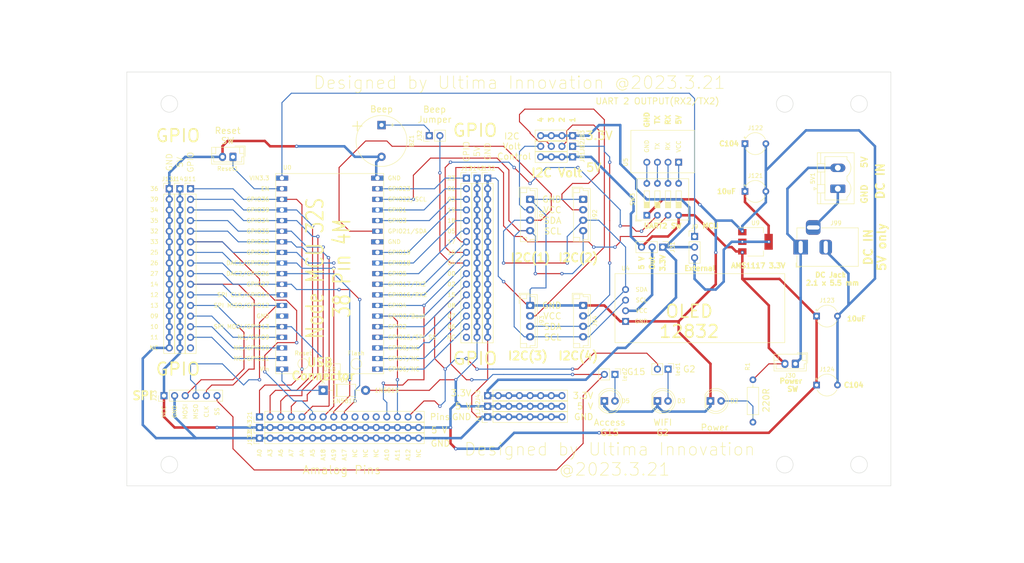
<source format=kicad_pcb>
(kicad_pcb (version 20171130) (host pcbnew "(5.1.10)-1")
  (layers (0 F.Cu signal) (31 B.Cu signal) (34 B.Paste user) (35 F.Paste user) (36 B.SilkS user) (37 F.SilkS user) (38 B.Mask user) (39 F.Mask user) (44 Edge.Cuts user))
  (net 0 "")
  (net 1 "Net-(5V1-Pad1)")
  (net 2 "Net-(5V1-Pad2)")
  (net 3 "Net-(BZ1-Pad1)")
  (net 4 GND)
  (net 5 "Net-(D2-Pad2)")
  (net 6 "Net-(J11-Pad16)")
  (net 7 "Net-(J12-Pad16)")
  (net 8 "Net-(U0-Pad32)")
  (net 9 "Net-(U0-Pad14)")
  (net 10 VIN)
  (net 11 5V)
  (net 12 GPIO2)
  (net 13 GPIO15)
  (net 14 MCU3.3)
  (net 15 3.3V)
  (net 16 EX3.3V)
  (net 17 GPIO11)
  (net 18 GPIO10)
  (net 19 GPIO9)
  (net 20 GPIO13)
  (net 21 GPIO12)
  (net 22 GPIO14)
  (net 23 GPIO27)
  (net 24 GPIO26)
  (net 25 GPIO25)
  (net 26 GPIO33)
  (net 27 GPIO32)
  (net 28 GPIO35)
  (net 29 GPIO34)
  (net 30 GPIO39)
  (net 31 GPIO36)
  (net 32 GPIO23)
  (net 33 GPIO1)
  (net 34 GPIO3)
  (net 35 GPIO19)
  (net 36 GPIO18)
  (net 37 GPIO5)
  (net 38 GPIO17)
  (net 39 GPIO16)
  (net 40 GPIO4)
  (net 41 GPIO0)
  (net 42 GPIO8)
  (net 43 GPIO7)
  (net 44 GPIO6)
  (net 45 OLEDVCC)
  (net 46 I2CVCC1)
  (net 47 I2CVCC2)
  (net 48 I2CVCC3)
  (net 49 I2CVCC4)
  (net 50 SDA)
  (net 51 SCL)
  (net 52 RESET)
  (net 53 EXGND)
  (net 54 EX_RX)
  (net 55 EX_TX)
  (net 56 EX_V)
  (net 57 "Net-(D3-Pad2)")
  (net 58 "Net-(D5-Pad2)")
  (net 59 "Net-(J21-Pad16)")
  (net 60 "Net-(J21-Pad10)")
  (net 61 "Net-(J21-Pad11)")
  (net 62 "Net-(J21-Pad12)")
  (module Connector_JST:JST_EH_B4B-EH-A_1x04_P2.50mm_Vertical (layer F.Cu) (at 167.64 66.04 270)
    (fp_text reference J92 (at 3.75 -2.8 90) (layer F.SilkS))
    (fp_text value "I2C(2)")
    (pad 4 thru_hole oval (at 7.5 0 270) (size 1.7 1.95) (drill 0.95) (layers *.Cu *.Mask) (net 51 SCL))
    (pad 3 thru_hole oval (at 5 0 270) (size 1.7 1.95) (drill 0.95) (layers *.Cu *.Mask) (net 50 SDA))
    (pad 2 thru_hole oval (at 2.5 0 270) (size 1.7 1.95) (drill 0.95) (layers *.Cu *.Mask) (net 47 I2CVCC2))
    (pad 1 thru_hole roundrect (at 0 0 270) (size 1.7 1.95) (drill 0.95) (layers *.Cu *.Mask) (roundrect_rratio 0.1470588235294118) (net 4 GND))
  )
  (module NodeMCU32S:NodeMCU32SV2 (layer F.Cu) (at 106.970001 83.82)
    (fp_text reference U0 (at -10.16 -25.4) (layer F.SilkS))
    (fp_text value NodeMCU_32SV2)
    (fp_text user GPIO32 (at -17.176666 -7.62 unlocked) (layer F.SilkS))
    (fp_text user GPIO36 (at -17.176666 -17.78 unlocked) (layer F.SilkS))
    (fp_text user EN (at -15.438571 -20.32 unlocked) (layer F.SilkS))
    (fp_text user GPIO34 (at -17.176666 -12.7 unlocked) (layer F.SilkS))
    (fp_text user GPIO35 (at -17.176666 -10.16 unlocked) (layer F.SilkS))
    (fp_text user VIN3.3 (at -16.843333 -22.86 unlocked) (layer F.SilkS))
    (fp_text user GPIO39 (at -17.176666 -15.24 unlocked) (layer F.SilkS))
    (fp_text user GPIO33 (at -17.176666 -5.08 unlocked) (layer F.SilkS))
    (fp_text user DAC1/GPIO25 (at -19.605237 -2.54 unlocked) (layer F.SilkS))
    (fp_text user "SPI MISO/GPIO12" (at -21.105237 7.62 unlocked) (layer F.SilkS))
    (fp_text user "GPIO15/SPI SS" (at 19.724762 15.24 unlocked) (layer F.SilkS))
    (fp_text user "SPI MOSI/GPIO13" (at -21.105237 12.7 unlocked) (layer F.SilkS))
    (fp_text user Vin (at -15.581428 22.86 unlocked) (layer F.SilkS))
    (fp_text user GPIO6/NC (at 17.724762 22.86 unlocked) (layer F.SilkS))
    (fp_text user GND (at 15.462857 -7.62 unlocked) (layer F.SilkS))
    (fp_text user NC/GPIO9 (at -18.248095 15.24 unlocked) (layer F.SilkS))
    (fp_text user GPIO8/NC (at 17.724762 17.78 unlocked) (layer F.SilkS))
    (fp_text user NC/GPIO10 (at -18.724285 17.78 unlocked) (layer F.SilkS))
    (fp_text user GPIO1 (at 16.177143 -15.24 unlocked) (layer F.SilkS))
    (fp_text user GPIO21/SDA (at 18.581905 -10.16 unlocked) (layer F.SilkS))
    (fp_text user GPIO16/RX2 (at 18.629524 5.08 unlocked) (layer F.SilkS))
    (fp_text user GPIO2 (at 16.177143 12.7 unlocked) (layer F.SilkS))
    (fp_text user GPIO7/NC (at 17.724762 20.32 unlocked) (layer F.SilkS))
    (fp_text user GND (at 15.462857 -22.86 unlocked) (layer F.SilkS))
    (fp_text user DAC2/GPIO26 (at -19.605237 0 unlocked) (layer F.SilkS))
    (fp_text user GND (at -15.98619 10.16 unlocked) (layer F.SilkS))
    (fp_text user NC/GPIO11 (at -18.724285 20.32 unlocked) (layer F.SilkS))
    (fp_text user GPIO3 (at 16.177143 -12.7 unlocked) (layer F.SilkS))
    (fp_text user GPIO19 (at 16.653333 -5.08 unlocked) (layer F.SilkS))
    (fp_text user GPIO27 (at -17.176666 2.54 unlocked) (layer F.SilkS))
    (fp_text user "SPI CLK/GPIO14" (at -20.700475 5.08 unlocked) (layer F.SilkS))
    (fp_text user GPIO4 (at 16.177143 7.62 unlocked) (layer F.SilkS))
    (fp_text user GPIO0/Boot (at 18.391429 10.16 unlocked) (layer F.SilkS))
    (fp_text user GPIO23 (at 16.653333 -20.32 unlocked) (layer F.SilkS))
    (fp_text user GPIO17/TX2 (at 18.510476 2.54 unlocked) (layer F.SilkS))
    (fp_text user GPIO18 (at 16.653333 -2.54 unlocked) (layer F.SilkS))
    (fp_text user GPIO5 (at 16.177143 0 unlocked) (layer F.SilkS))
    (fp_text user GPIO22/SCL (at 18.558095 -17.78 unlocked) (layer F.SilkS))
    (fp_text user USB (at 0 22.86) (layer F.SilkS))
    (fp_text user Flash (at 6.35 19.05) (layer F.SilkS))
    (fp_text user Reset (at -6.35 19.05) (layer F.SilkS))
    (pad 2 thru_hole trapezoid (at -11.43 -20.32 270) (size 1.2 2.5) (drill 1) (layers *.Cu *.Mask) (net 52 RESET))
    (pad 12 thru_hole trapezoid (at -11.43 5.08 270) (size 1.2 2.5) (drill 1) (layers *.Cu *.Mask) (net 22 GPIO14))
    (pad 11 thru_hole trapezoid (at -11.43 2.54 270) (size 1.2 2.5) (drill 1) (layers *.Cu *.Mask) (net 23 GPIO27))
    (pad 38 thru_hole trapezoid (at 11.43 -22.86 270) (size 1.2 3) (drill 1) (layers *.Cu *.Mask) (net 4 GND))
    (pad 27 thru_hole trapezoid (at 11.43 5.08 270) (size 1.2 2.5) (drill 1) (layers *.Cu *.Mask) (net 39 GPIO16))
    (pad 36 thru_hole trapezoid (at 11.43 -17.78 270) (size 1.2 2.5) (drill 1) (layers *.Cu *.Mask) (net 51 SCL))
    (pad 5 thru_hole trapezoid (at -11.43 -12.7 270) (size 1.2 2.5) (drill 1) (layers *.Cu *.Mask) (net 29 GPIO34))
    (pad 6 thru_hole trapezoid (at -11.43 -10.16 270) (size 1.2 2.5) (drill 1) (layers *.Cu *.Mask) (net 28 GPIO35))
    (pad 35 thru_hole trapezoid (at 11.43 -15.24 270) (size 1.2 2.5) (drill 1) (layers *.Cu *.Mask) (net 33 GPIO1))
    (pad 8 thru_hole trapezoid (at -11.43 -5.08 270) (size 1.2 2.5) (drill 1) (layers *.Cu *.Mask) (net 26 GPIO33))
    (pad 24 thru_hole trapezoid (at 11.43 12.7 270) (size 1.2 2.5) (drill 1) (layers *.Cu *.Mask) (net 12 GPIO2))
    (pad 28 thru_hole trapezoid (at 11.43 2.54 270) (size 1.2 2.5) (drill 1) (layers *.Cu *.Mask) (net 38 GPIO17))
    (pad 4 thru_hole trapezoid (at -11.43 -15.24 270) (size 1.2 2.5) (drill 1) (layers *.Cu *.Mask) (net 30 GPIO39))
    (pad 34 thru_hole trapezoid (at 11.43 -12.7 270) (size 1.2 2.5) (drill 1) (layers *.Cu *.Mask) (net 34 GPIO3))
    (pad 30 thru_hole trapezoid (at 11.43 -2.54 270) (size 1.2 2.5) (drill 1) (layers *.Cu *.Mask) (net 36 GPIO18))
    (pad 9 thru_hole trapezoid (at -11.43 -2.54 270) (size 1.2 2.5) (drill 1) (layers *.Cu *.Mask) (net 25 GPIO25))
    (pad 1 thru_hole trapezoid (at -11.43 -22.86 270) (size 1.2 3) (drill 1) (layers *.Cu *.Mask) (net 14 MCU3.3))
    (pad 31 thru_hole trapezoid (at 11.43 -5.08 270) (size 1.2 2.5) (drill 1) (layers *.Cu *.Mask) (net 35 GPIO19))
    (pad 23 thru_hole trapezoid (at 11.43 15.24 270) (size 1.2 2.5) (drill 1) (layers *.Cu *.Mask) (net 13 GPIO15))
    (pad 15 thru_hole trapezoid (at -11.43 12.7 270) (size 1.2 2.5) (drill 1) (layers *.Cu *.Mask) (net 20 GPIO13))
    (pad 32 thru_hole trapezoid (at 11.43 -7.62 270) (size 1.2 3) (drill 1) (layers *.Cu *.Mask) (net 8 "Net-(U0-Pad32)"))
    (pad 10 thru_hole trapezoid (at -11.43 0 270) (size 1.2 2.5) (drill 1) (layers *.Cu *.Mask) (net 24 GPIO26))
    (pad 29 thru_hole trapezoid (at 11.43 0 270) (size 1.2 2.5) (drill 1) (layers *.Cu *.Mask) (net 37 GPIO5))
    (pad 26 thru_hole trapezoid (at 11.43 7.62 270) (size 1.2 2.5) (drill 1) (layers *.Cu *.Mask) (net 40 GPIO4))
    (pad 13 thru_hole trapezoid (at -11.43 7.62 270) (size 1.2 2.5) (drill 1) (layers *.Cu *.Mask) (net 21 GPIO12))
    (pad 14 thru_hole trapezoid (at -11.43 10.16 270) (size 1.2 3) (drill 1) (layers *.Cu *.Mask) (net 9 "Net-(U0-Pad14)"))
    (pad 25 thru_hole trapezoid (at 11.43 10.16 270) (size 1.2 2.5) (drill 1) (layers *.Cu *.Mask) (net 41 GPIO0))
    (pad 7 thru_hole trapezoid (at -11.43 -7.62 270) (size 1.2 2.5) (drill 1) (layers *.Cu *.Mask) (net 27 GPIO32))
    (pad 37 thru_hole trapezoid (at 11.43 -20.32 270) (size 1.2 2.5) (drill 1) (layers *.Cu *.Mask) (net 32 GPIO23))
    (pad 33 thru_hole trapezoid (at 11.43 -10.16 270) (size 1.2 2.5) (drill 1) (layers *.Cu *.Mask) (net 50 SDA))
    (pad 3 thru_hole trapezoid (at -11.43 -17.78 270) (size 1.2 2.5) (drill 1) (layers *.Cu *.Mask) (net 31 GPIO36))
    (pad 16 thru_hole trapezoid (at -11.43 15.24 270) (size 1.2 2.5) (drill 1) (layers *.Cu *.Mask) (net 19 GPIO9))
    (pad 22 thru_hole trapezoid (at 11.43 17.78 270) (size 1.2 2.5) (drill 1) (layers *.Cu *.Mask) (net 42 GPIO8))
    (pad 17 thru_hole trapezoid (at -11.43 17.78 270) (size 1.2 2.5) (drill 1) (layers *.Cu *.Mask) (net 18 GPIO10))
    (pad 21 thru_hole trapezoid (at 11.43 20.32 270) (size 1.2 2.5) (drill 1) (layers *.Cu *.Mask) (net 43 GPIO7))
    (pad 18 thru_hole trapezoid (at -11.43 20.32 270) (size 1.2 2.5) (drill 1) (layers *.Cu *.Mask) (net 17 GPIO11))
    (pad 20 thru_hole trapezoid (at 11.43 22.86 270) (size 1.2 2.5) (drill 1) (layers *.Cu *.Mask) (net 44 GPIO6))
    (pad 19 thru_hole trapezoid (at -11.43 22.86 270) (size 1.2 3) (drill 1) (layers *.Cu *.Mask) (net 10 VIN))
  )
  (module Connector_PinHeader_2.54mm:PinHeader_1x08_P2.54mm_Vertical (layer F.Cu) (at 144.78 113.03 90)
    (fp_text reference J43 (at 0 -2.33 90) (layer F.SilkS))
    (fp_text value "Power 3.3 V")
    (pad 1 thru_hole rect (at 0 0 90) (size 1.7 1.7) (drill 1) (layers *.Cu *.Mask) (net 15 3.3V))
    (pad 2 thru_hole oval (at 0 2.54 90) (size 1.7 1.7) (drill 1) (layers *.Cu *.Mask) (net 15 3.3V))
    (pad 3 thru_hole oval (at 0 5.08 90) (size 1.7 1.7) (drill 1) (layers *.Cu *.Mask) (net 15 3.3V))
    (pad 4 thru_hole oval (at 0 7.62 90) (size 1.7 1.7) (drill 1) (layers *.Cu *.Mask) (net 15 3.3V))
    (pad 5 thru_hole oval (at 0 10.16 90) (size 1.7 1.7) (drill 1) (layers *.Cu *.Mask) (net 15 3.3V))
    (pad 6 thru_hole oval (at 0 12.7 90) (size 1.7 1.7) (drill 1) (layers *.Cu *.Mask) (net 15 3.3V))
    (pad 7 thru_hole oval (at 0 15.24 90) (size 1.7 1.7) (drill 1) (layers *.Cu *.Mask) (net 15 3.3V))
    (pad 8 thru_hole oval (at 0 17.78 90) (size 1.7 1.7) (drill 1) (layers *.Cu *.Mask) (net 15 3.3V))
  )
  (module LED_THT:LED_D5.0mm_IRBlack (layer F.Cu) (at 198.12 114.3)
    (fp_text reference D2 (at 5.715 0) (layer F.SilkS))
    (fp_text value "Power Led")
    (pad 1 thru_hole rect (at 0 0) (size 1.8 1.8) (drill 0.9) (layers *.Cu *.Mask) (net 4 GND))
    (pad 2 thru_hole circle (at 2.54 0) (size 1.8 1.8) (drill 0.9) (layers *.Cu *.Mask) (net 5 "Net-(D2-Pad2)"))
  )
  (module Connector_PinHeader_2.54mm:PinHeader_1x16_P2.54mm_Vertical (layer F.Cu) (at 142.24 60.96)
    (fp_text reference J142 (at 0 -2.33) (layer F.SilkS))
    (fp_text value Leftt_GPIO_5V)
    (pad 1 thru_hole rect (at 0 0) (size 1.7 1.7) (drill 1) (layers *.Cu *.Mask) (net 11 5V))
    (pad 2 thru_hole oval (at 0 2.54) (size 1.7 1.7) (drill 1) (layers *.Cu *.Mask) (net 11 5V))
    (pad 3 thru_hole oval (at 0 5.08) (size 1.7 1.7) (drill 1) (layers *.Cu *.Mask) (net 11 5V))
    (pad 4 thru_hole oval (at 0 7.62) (size 1.7 1.7) (drill 1) (layers *.Cu *.Mask) (net 11 5V))
    (pad 5 thru_hole oval (at 0 10.16) (size 1.7 1.7) (drill 1) (layers *.Cu *.Mask) (net 11 5V))
    (pad 6 thru_hole oval (at 0 12.7) (size 1.7 1.7) (drill 1) (layers *.Cu *.Mask) (net 11 5V))
    (pad 7 thru_hole oval (at 0 15.24) (size 1.7 1.7) (drill 1) (layers *.Cu *.Mask) (net 11 5V))
    (pad 8 thru_hole oval (at 0 17.78) (size 1.7 1.7) (drill 1) (layers *.Cu *.Mask) (net 11 5V))
    (pad 9 thru_hole oval (at 0 20.32) (size 1.7 1.7) (drill 1) (layers *.Cu *.Mask) (net 11 5V))
    (pad 10 thru_hole oval (at 0 22.86) (size 1.7 1.7) (drill 1) (layers *.Cu *.Mask) (net 11 5V))
    (pad 11 thru_hole oval (at 0 25.4) (size 1.7 1.7) (drill 1) (layers *.Cu *.Mask) (net 11 5V))
    (pad 12 thru_hole oval (at 0 27.94) (size 1.7 1.7) (drill 1) (layers *.Cu *.Mask) (net 11 5V))
    (pad 13 thru_hole oval (at 0 30.48) (size 1.7 1.7) (drill 1) (layers *.Cu *.Mask) (net 11 5V))
    (pad 14 thru_hole oval (at 0 33.02) (size 1.7 1.7) (drill 1) (layers *.Cu *.Mask) (net 11 5V))
    (pad 15 thru_hole oval (at 0 35.56) (size 1.7 1.7) (drill 1) (layers *.Cu *.Mask) (net 11 5V))
    (pad 16 thru_hole oval (at 0 38.1) (size 1.7 1.7) (drill 1) (layers *.Cu *.Mask) (net 11 5V))
  )
  (module Connector_Phoenix_MSTB:PhoenixContact_MSTBVA_2,5_2-G_1x02_P5.00mm_Vertical (layer F.Cu) (at 228.6 63.5 90)
    (fp_text reference 5V1 (at 2.5 -6 90) (layer F.SilkS))
    (fp_text value GND)
    (pad 1 thru_hole roundrect (at 0 0 90) (size 2 3.6) (drill 1.4) (layers *.Cu *.Mask) (roundrect_rratio 0.125) (net 1 "Net-(5V1-Pad1)"))
    (pad 2 thru_hole oval (at 5 0 90) (size 2 3.6) (drill 1.4) (layers *.Cu *.Mask) (net 2 "Net-(5V1-Pad2)"))
  )
  (module Buzzer_Beeper:Buzzer_12x9.5RM7.6 (layer F.Cu) (at 119.38 48.26 270)
    (fp_text reference BZ1 (at 3.8 -7.2 90) (layer F.SilkS))
    (fp_text value Buzzer)
    (fp_text user + (at -0.01 -2.54 90) (layer F.SilkS))
    (pad 1 thru_hole rect (at 0 0 270) (size 2 2) (drill 1) (layers *.Cu *.Mask) (net 3 "Net-(BZ1-Pad1)"))
    (pad 2 thru_hole circle (at 7.6 0 270) (size 2 2) (drill 1) (layers *.Cu *.Mask) (net 4 GND))
  )
  (module Diode_THT:D_DO-41_SOD81_P10.16mm_Horizontal (layer F.Cu) (at 105.41 111.76)
    (fp_text reference D1 (at 5.08 -2.47) (layer F.SilkS))
    (fp_text value 1N5819)
    (fp_text user K (at 0 -2.1) (layer F.SilkS))
    (pad 1 thru_hole rect (at 0 0) (size 2.2 2.2) (drill 1.1) (layers *.Cu *.Mask) (net 10 VIN))
    (pad 2 thru_hole oval (at 10.16 0) (size 2.2 2.2) (drill 1.1) (layers *.Cu *.Mask) (net 11 5V))
  )
  (module LED_THT:LED_D5.0mm_IRBlack (layer F.Cu) (at 185.42 114.3)
    (fp_text reference D3 (at 5.715 0) (layer F.SilkS))
    (fp_text value "Wifi Led(2)")
    (pad 1 thru_hole rect (at 0 0) (size 1.8 1.8) (drill 0.9) (layers *.Cu *.Mask) (net 4 GND))
    (pad 2 thru_hole circle (at 2.54 0) (size 1.8 1.8) (drill 0.9) (layers *.Cu *.Mask) (net 57 "Net-(D3-Pad2)"))
  )
  (module LED_THT:LED_D5.0mm_IRBlack (layer F.Cu) (at 172.72 114.3)
    (fp_text reference D5 (at 5.08 0) (layer F.SilkS))
    (fp_text value "Access Led(15)")
    (pad 2 thru_hole circle (at 2.54 0) (size 1.8 1.8) (drill 0.9) (layers *.Cu *.Mask) (net 58 "Net-(D5-Pad2)"))
    (pad 1 thru_hole rect (at 0 0) (size 1.8 1.8) (drill 0.9) (layers *.Cu *.Mask) (net 4 GND))
  )
  (module Connector_PinHeader_2.54mm:PinHeader_1x16_P2.54mm_Vertical (layer F.Cu) (at 73.66 63.5)
    (fp_text reference J11 (at 0 -2.33) (layer F.SilkS))
    (fp_text value Left_GPIO)
    (pad 16 thru_hole oval (at 0 38.1) (size 1.7 1.7) (drill 1) (layers *.Cu *.Mask) (net 6 "Net-(J11-Pad16)"))
    (pad 15 thru_hole oval (at 0 35.56) (size 1.7 1.7) (drill 1) (layers *.Cu *.Mask) (net 17 GPIO11))
    (pad 14 thru_hole oval (at 0 33.02) (size 1.7 1.7) (drill 1) (layers *.Cu *.Mask) (net 18 GPIO10))
    (pad 13 thru_hole oval (at 0 30.48) (size 1.7 1.7) (drill 1) (layers *.Cu *.Mask) (net 19 GPIO9))
    (pad 12 thru_hole oval (at 0 27.94) (size 1.7 1.7) (drill 1) (layers *.Cu *.Mask) (net 20 GPIO13))
    (pad 11 thru_hole oval (at 0 25.4) (size 1.7 1.7) (drill 1) (layers *.Cu *.Mask) (net 21 GPIO12))
    (pad 10 thru_hole oval (at 0 22.86) (size 1.7 1.7) (drill 1) (layers *.Cu *.Mask) (net 22 GPIO14))
    (pad 9 thru_hole oval (at 0 20.32) (size 1.7 1.7) (drill 1) (layers *.Cu *.Mask) (net 23 GPIO27))
    (pad 8 thru_hole oval (at 0 17.78) (size 1.7 1.7) (drill 1) (layers *.Cu *.Mask) (net 24 GPIO26))
    (pad 7 thru_hole oval (at 0 15.24) (size 1.7 1.7) (drill 1) (layers *.Cu *.Mask) (net 25 GPIO25))
    (pad 6 thru_hole oval (at 0 12.7) (size 1.7 1.7) (drill 1) (layers *.Cu *.Mask) (net 26 GPIO33))
    (pad 5 thru_hole oval (at 0 10.16) (size 1.7 1.7) (drill 1) (layers *.Cu *.Mask) (net 27 GPIO32))
    (pad 4 thru_hole oval (at 0 7.62) (size 1.7 1.7) (drill 1) (layers *.Cu *.Mask) (net 28 GPIO35))
    (pad 3 thru_hole oval (at 0 5.08) (size 1.7 1.7) (drill 1) (layers *.Cu *.Mask) (net 29 GPIO34))
    (pad 2 thru_hole oval (at 0 2.54) (size 1.7 1.7) (drill 1) (layers *.Cu *.Mask) (net 30 GPIO39))
    (pad 1 thru_hole rect (at 0 0) (size 1.7 1.7) (drill 1) (layers *.Cu *.Mask) (net 31 GPIO36))
  )
  (module Connector_PinHeader_2.54mm:PinHeader_1x16_P2.54mm_Vertical (layer F.Cu) (at 139.705001 60.96)
    (fp_text reference J12 (at 0 -2.33) (layer F.SilkS))
    (fp_text value Right_GPIO)
    (pad 1 thru_hole rect (at 0 0) (size 1.7 1.7) (drill 1) (layers *.Cu *.Mask) (net 32 GPIO23))
    (pad 2 thru_hole oval (at 0 2.54) (size 1.7 1.7) (drill 1) (layers *.Cu *.Mask) (net 33 GPIO1))
    (pad 3 thru_hole oval (at 0 5.08) (size 1.7 1.7) (drill 1) (layers *.Cu *.Mask) (net 34 GPIO3))
    (pad 4 thru_hole oval (at 0 7.62) (size 1.7 1.7) (drill 1) (layers *.Cu *.Mask) (net 35 GPIO19))
    (pad 5 thru_hole oval (at 0 10.16) (size 1.7 1.7) (drill 1) (layers *.Cu *.Mask) (net 36 GPIO18))
    (pad 6 thru_hole oval (at 0 12.7) (size 1.7 1.7) (drill 1) (layers *.Cu *.Mask) (net 37 GPIO5))
    (pad 7 thru_hole oval (at 0 15.24) (size 1.7 1.7) (drill 1) (layers *.Cu *.Mask) (net 38 GPIO17))
    (pad 8 thru_hole oval (at 0 17.78) (size 1.7 1.7) (drill 1) (layers *.Cu *.Mask) (net 39 GPIO16))
    (pad 9 thru_hole oval (at 0 20.32) (size 1.7 1.7) (drill 1) (layers *.Cu *.Mask) (net 40 GPIO4))
    (pad 10 thru_hole oval (at 0 22.86) (size 1.7 1.7) (drill 1) (layers *.Cu *.Mask) (net 41 GPIO0))
    (pad 11 thru_hole oval (at 0 25.4) (size 1.7 1.7) (drill 1) (layers *.Cu *.Mask) (net 12 GPIO2))
    (pad 12 thru_hole oval (at 0 27.94) (size 1.7 1.7) (drill 1) (layers *.Cu *.Mask) (net 13 GPIO15))
    (pad 13 thru_hole oval (at 0 30.48) (size 1.7 1.7) (drill 1) (layers *.Cu *.Mask) (net 42 GPIO8))
    (pad 14 thru_hole oval (at 0 33.02) (size 1.7 1.7) (drill 1) (layers *.Cu *.Mask) (net 43 GPIO7))
    (pad 15 thru_hole oval (at 0 35.56) (size 1.7 1.7) (drill 1) (layers *.Cu *.Mask) (net 44 GPIO6))
    (pad 16 thru_hole oval (at 0 38.1) (size 1.7 1.7) (drill 1) (layers *.Cu *.Mask) (net 7 "Net-(J12-Pad16)"))
  )
  (module Connector_PinHeader_2.54mm:PinHeader_1x16_P2.54mm_Vertical (layer F.Cu) (at 90.17 118.11 90)
    (fp_text reference J21 (at 0 -2.33 90) (layer F.SilkS))
    (fp_text value ADC)
    (pad 1 thru_hole rect (at 0 0 90) (size 1.7 1.7) (drill 1) (layers *.Cu *.Mask) (net 31 GPIO36))
    (pad 2 thru_hole oval (at 0 2.54 90) (size 1.7 1.7) (drill 1) (layers *.Cu *.Mask) (net 30 GPIO39))
    (pad 3 thru_hole oval (at 0 5.08 90) (size 1.7 1.7) (drill 1) (layers *.Cu *.Mask) (net 29 GPIO34))
    (pad 4 thru_hole oval (at 0 7.62 90) (size 1.7 1.7) (drill 1) (layers *.Cu *.Mask) (net 28 GPIO35))
    (pad 5 thru_hole oval (at 0 10.16 90) (size 1.7 1.7) (drill 1) (layers *.Cu *.Mask) (net 27 GPIO32))
    (pad 6 thru_hole oval (at 0 12.7 90) (size 1.7 1.7) (drill 1) (layers *.Cu *.Mask) (net 26 GPIO33))
    (pad 7 thru_hole oval (at 0 15.24 90) (size 1.7 1.7) (drill 1) (layers *.Cu *.Mask) (net 25 GPIO25))
    (pad 8 thru_hole oval (at 0 17.78 90) (size 1.7 1.7) (drill 1) (layers *.Cu *.Mask) (net 24 GPIO26))
    (pad 9 thru_hole oval (at 0 20.32 90) (size 1.7 1.7) (drill 1) (layers *.Cu *.Mask) (net 23 GPIO27))
    (pad 10 thru_hole oval (at 0 22.86 90) (size 1.7 1.7) (drill 1) (layers *.Cu *.Mask) (net 60 "Net-(J21-Pad10)"))
    (pad 11 thru_hole oval (at 0 25.4 90) (size 1.7 1.7) (drill 1) (layers *.Cu *.Mask) (net 61 "Net-(J21-Pad11)"))
    (pad 12 thru_hole oval (at 0 27.94 90) (size 1.7 1.7) (drill 1) (layers *.Cu *.Mask) (net 62 "Net-(J21-Pad12)"))
    (pad 13 thru_hole oval (at 0 30.48 90) (size 1.7 1.7) (drill 1) (layers *.Cu *.Mask) (net 40 GPIO4))
    (pad 14 thru_hole oval (at 0 33.02 90) (size 1.7 1.7) (drill 1) (layers *.Cu *.Mask) (net 41 GPIO0))
    (pad 15 thru_hole oval (at 0 35.56 90) (size 1.7 1.7) (drill 1) (layers *.Cu *.Mask) (net 12 GPIO2))
    (pad 16 thru_hole oval (at 0 38.1 90) (size 1.7 1.7) (drill 1) (layers *.Cu *.Mask) (net 59 "Net-(J21-Pad16)"))
  )
  (module Connector_PinHeader_2.54mm:PinHeader_1x03_P2.54mm_Vertical (layer F.Cu) (at 186.69 77.47 270)
    (fp_text reference J31 (at 0 -2.33 90) (layer F.SilkS))
    (fp_text value "Oled Volt(3.3V/5V)")
    (pad 1 thru_hole rect (at 0 0 270) (size 1.7 1.7) (drill 1) (layers *.Cu *.Mask) (net 15 3.3V))
    (pad 2 thru_hole oval (at 0 2.54 270) (size 1.7 1.7) (drill 1) (layers *.Cu *.Mask) (net 45 OLEDVCC))
    (pad 3 thru_hole oval (at 0 5.08 270) (size 1.7 1.7) (drill 1) (layers *.Cu *.Mask) (net 11 5V))
  )
  (module Connector_PinHeader_2.54mm:PinHeader_1x02_P2.54mm_Vertical (layer F.Cu) (at 130.81 50.8 90)
    (fp_text reference J32 (at 0 -2.33 90) (layer F.SilkS))
    (fp_text value "Jumper_2_For Buzzer")
    (pad 2 thru_hole oval (at 0 2.54 90) (size 1.7 1.7) (drill 1) (layers *.Cu *.Mask) (net 40 GPIO4))
    (pad 1 thru_hole rect (at 0 0 90) (size 1.7 1.7) (drill 1) (layers *.Cu *.Mask) (net 3 "Net-(BZ1-Pad1)"))
  )
  (module Connector_PinHeader_2.54mm:PinHeader_1x08_P2.54mm_Vertical (layer F.Cu) (at 144.78 118.11 90)
    (fp_text reference J41 (at 0 -2.33 90) (layer F.SilkS))
    (fp_text value "Power GND")
    (pad 1 thru_hole rect (at 0 0 90) (size 1.7 1.7) (drill 1) (layers *.Cu *.Mask) (net 4 GND))
    (pad 2 thru_hole oval (at 0 2.54 90) (size 1.7 1.7) (drill 1) (layers *.Cu *.Mask) (net 4 GND))
    (pad 3 thru_hole oval (at 0 5.08 90) (size 1.7 1.7) (drill 1) (layers *.Cu *.Mask) (net 4 GND))
    (pad 4 thru_hole oval (at 0 7.62 90) (size 1.7 1.7) (drill 1) (layers *.Cu *.Mask) (net 4 GND))
    (pad 5 thru_hole oval (at 0 10.16 90) (size 1.7 1.7) (drill 1) (layers *.Cu *.Mask) (net 4 GND))
    (pad 6 thru_hole oval (at 0 12.7 90) (size 1.7 1.7) (drill 1) (layers *.Cu *.Mask) (net 4 GND))
    (pad 7 thru_hole oval (at 0 15.24 90) (size 1.7 1.7) (drill 1) (layers *.Cu *.Mask) (net 4 GND))
    (pad 8 thru_hole oval (at 0 17.78 90) (size 1.7 1.7) (drill 1) (layers *.Cu *.Mask) (net 4 GND))
  )
  (module Connector_PinHeader_2.54mm:PinHeader_1x08_P2.54mm_Vertical (layer F.Cu) (at 144.78 115.57 90)
    (fp_text reference J42 (at 0 -2.33 90) (layer F.SilkS))
    (fp_text value "Power 5V")
    (pad 8 thru_hole oval (at 0 17.78 90) (size 1.7 1.7) (drill 1) (layers *.Cu *.Mask) (net 11 5V))
    (pad 7 thru_hole oval (at 0 15.24 90) (size 1.7 1.7) (drill 1) (layers *.Cu *.Mask) (net 11 5V))
    (pad 6 thru_hole oval (at 0 12.7 90) (size 1.7 1.7) (drill 1) (layers *.Cu *.Mask) (net 11 5V))
    (pad 5 thru_hole oval (at 0 10.16 90) (size 1.7 1.7) (drill 1) (layers *.Cu *.Mask) (net 11 5V))
    (pad 4 thru_hole oval (at 0 7.62 90) (size 1.7 1.7) (drill 1) (layers *.Cu *.Mask) (net 11 5V))
    (pad 3 thru_hole oval (at 0 5.08 90) (size 1.7 1.7) (drill 1) (layers *.Cu *.Mask) (net 11 5V))
    (pad 2 thru_hole oval (at 0 2.54 90) (size 1.7 1.7) (drill 1) (layers *.Cu *.Mask) (net 11 5V))
    (pad 1 thru_hole rect (at 0 0 90) (size 1.7 1.7) (drill 1) (layers *.Cu *.Mask) (net 11 5V))
  )
  (module Connector_PinHeader_2.54mm:PinHeader_1x04_P2.54mm_Vertical (layer F.Cu) (at 165.1 55.88 270)
    (fp_text reference J81 (at 0 -2.33 90) (layer F.SilkS))
    (fp_text value 5V)
    (pad 1 thru_hole rect (at 0 0 270) (size 1.7 1.7) (drill 1) (layers *.Cu *.Mask) (net 11 5V))
    (pad 2 thru_hole oval (at 0 2.54 270) (size 1.7 1.7) (drill 1) (layers *.Cu *.Mask) (net 11 5V))
    (pad 3 thru_hole oval (at 0 5.08 270) (size 1.7 1.7) (drill 1) (layers *.Cu *.Mask) (net 11 5V))
    (pad 4 thru_hole oval (at 0 7.62 270) (size 1.7 1.7) (drill 1) (layers *.Cu *.Mask) (net 11 5V))
  )
  (module Connector_PinHeader_2.54mm:PinHeader_1x04_P2.54mm_Vertical (layer F.Cu) (at 165.1 53.34 270)
    (fp_text reference J82 (at 0 -2.33 90) (layer F.SilkS))
    (fp_text value Out)
    (pad 1 thru_hole rect (at 0 0 270) (size 1.7 1.7) (drill 1) (layers *.Cu *.Mask) (net 49 I2CVCC4))
    (pad 2 thru_hole oval (at 0 2.54 270) (size 1.7 1.7) (drill 1) (layers *.Cu *.Mask) (net 47 I2CVCC2))
    (pad 3 thru_hole oval (at 0 5.08 270) (size 1.7 1.7) (drill 1) (layers *.Cu *.Mask) (net 48 I2CVCC3))
    (pad 4 thru_hole oval (at 0 7.62 270) (size 1.7 1.7) (drill 1) (layers *.Cu *.Mask) (net 46 I2CVCC1))
  )
  (module Connector_PinHeader_2.54mm:PinHeader_1x04_P2.54mm_Vertical (layer F.Cu) (at 165.1 50.8 270)
    (fp_text reference J83 (at 0 -2.33 90) (layer F.SilkS))
    (fp_text value 3.3V)
    (pad 4 thru_hole oval (at 0 7.62 270) (size 1.7 1.7) (drill 1) (layers *.Cu *.Mask) (net 15 3.3V))
    (pad 3 thru_hole oval (at 0 5.08 270) (size 1.7 1.7) (drill 1) (layers *.Cu *.Mask) (net 15 3.3V))
    (pad 2 thru_hole oval (at 0 2.54 270) (size 1.7 1.7) (drill 1) (layers *.Cu *.Mask) (net 15 3.3V))
    (pad 1 thru_hole rect (at 0 0 270) (size 1.7 1.7) (drill 1) (layers *.Cu *.Mask) (net 15 3.3V))
  )
  (module Connector_BarrelJack:BarrelJack_Horizontal (layer F.Cu) (at 219.71 77.47 180)
    (fp_text reference J99 (at -8.45 5.75) (layer F.SilkS))
    (fp_text value Barrel_Jack)
    (pad 1 thru_hole rect (at 0 0 180) (size 3.5 3.5) (drill oval 1 3) (layers *.Cu *.Mask) (net 2 "Net-(5V1-Pad2)"))
    (pad 2 thru_hole roundrect (at -6 0 180) (size 3 3.5) (drill oval 1 3) (layers *.Cu *.Mask) (net 4 GND))
    (pad 3 thru_hole roundrect (at -3 4.7 180) (size 3.5 3.5) (drill oval 3 1) (layers *.Cu *.Mask) (net 1 "Net-(5V1-Pad1)"))
  )
  (module Connector_PinHeader_2.54mm:PinHeader_1x16_P2.54mm_Vertical (layer F.Cu) (at 144.78 60.96)
    (fp_text reference J132 (at 0 -2.33) (layer F.SilkS))
    (fp_text value Left_GPIO_GND)
    (pad 16 thru_hole oval (at 0 38.1) (size 1.7 1.7) (drill 1) (layers *.Cu *.Mask) (net 4 GND))
    (pad 15 thru_hole oval (at 0 35.56) (size 1.7 1.7) (drill 1) (layers *.Cu *.Mask) (net 4 GND))
    (pad 14 thru_hole oval (at 0 33.02) (size 1.7 1.7) (drill 1) (layers *.Cu *.Mask) (net 4 GND))
    (pad 13 thru_hole oval (at 0 30.48) (size 1.7 1.7) (drill 1) (layers *.Cu *.Mask) (net 4 GND))
    (pad 12 thru_hole oval (at 0 27.94) (size 1.7 1.7) (drill 1) (layers *.Cu *.Mask) (net 4 GND))
    (pad 11 thru_hole oval (at 0 25.4) (size 1.7 1.7) (drill 1) (layers *.Cu *.Mask) (net 4 GND))
    (pad 10 thru_hole oval (at 0 22.86) (size 1.7 1.7) (drill 1) (layers *.Cu *.Mask) (net 4 GND))
    (pad 9 thru_hole oval (at 0 20.32) (size 1.7 1.7) (drill 1) (layers *.Cu *.Mask) (net 4 GND))
    (pad 8 thru_hole oval (at 0 17.78) (size 1.7 1.7) (drill 1) (layers *.Cu *.Mask) (net 4 GND))
    (pad 7 thru_hole oval (at 0 15.24) (size 1.7 1.7) (drill 1) (layers *.Cu *.Mask) (net 4 GND))
    (pad 6 thru_hole oval (at 0 12.7) (size 1.7 1.7) (drill 1) (layers *.Cu *.Mask) (net 4 GND))
    (pad 5 thru_hole oval (at 0 10.16) (size 1.7 1.7) (drill 1) (layers *.Cu *.Mask) (net 4 GND))
    (pad 4 thru_hole oval (at 0 7.62) (size 1.7 1.7) (drill 1) (layers *.Cu *.Mask) (net 4 GND))
    (pad 3 thru_hole oval (at 0 5.08) (size 1.7 1.7) (drill 1) (layers *.Cu *.Mask) (net 4 GND))
    (pad 2 thru_hole oval (at 0 2.54) (size 1.7 1.7) (drill 1) (layers *.Cu *.Mask) (net 4 GND))
    (pad 1 thru_hole rect (at 0 0) (size 1.7 1.7) (drill 1) (layers *.Cu *.Mask) (net 4 GND))
  )
  (module Connector_PinHeader_2.54mm:PinHeader_1x16_P2.54mm_Vertical (layer F.Cu) (at 68.58 63.5)
    (fp_text reference J131 (at 0 -2.33) (layer F.SilkS))
    (fp_text value Right_GPIO_GND)
    (pad 1 thru_hole rect (at 0 0) (size 1.7 1.7) (drill 1) (layers *.Cu *.Mask) (net 4 GND))
    (pad 2 thru_hole oval (at 0 2.54) (size 1.7 1.7) (drill 1) (layers *.Cu *.Mask) (net 4 GND))
    (pad 3 thru_hole oval (at 0 5.08) (size 1.7 1.7) (drill 1) (layers *.Cu *.Mask) (net 4 GND))
    (pad 4 thru_hole oval (at 0 7.62) (size 1.7 1.7) (drill 1) (layers *.Cu *.Mask) (net 4 GND))
    (pad 5 thru_hole oval (at 0 10.16) (size 1.7 1.7) (drill 1) (layers *.Cu *.Mask) (net 4 GND))
    (pad 6 thru_hole oval (at 0 12.7) (size 1.7 1.7) (drill 1) (layers *.Cu *.Mask) (net 4 GND))
    (pad 7 thru_hole oval (at 0 15.24) (size 1.7 1.7) (drill 1) (layers *.Cu *.Mask) (net 4 GND))
    (pad 8 thru_hole oval (at 0 17.78) (size 1.7 1.7) (drill 1) (layers *.Cu *.Mask) (net 4 GND))
    (pad 9 thru_hole oval (at 0 20.32) (size 1.7 1.7) (drill 1) (layers *.Cu *.Mask) (net 4 GND))
    (pad 10 thru_hole oval (at 0 22.86) (size 1.7 1.7) (drill 1) (layers *.Cu *.Mask) (net 4 GND))
    (pad 11 thru_hole oval (at 0 25.4) (size 1.7 1.7) (drill 1) (layers *.Cu *.Mask) (net 4 GND))
    (pad 12 thru_hole oval (at 0 27.94) (size 1.7 1.7) (drill 1) (layers *.Cu *.Mask) (net 4 GND))
    (pad 13 thru_hole oval (at 0 30.48) (size 1.7 1.7) (drill 1) (layers *.Cu *.Mask) (net 4 GND))
    (pad 14 thru_hole oval (at 0 33.02) (size 1.7 1.7) (drill 1) (layers *.Cu *.Mask) (net 4 GND))
    (pad 15 thru_hole oval (at 0 35.56) (size 1.7 1.7) (drill 1) (layers *.Cu *.Mask) (net 4 GND))
    (pad 16 thru_hole oval (at 0 38.1) (size 1.7 1.7) (drill 1) (layers *.Cu *.Mask) (net 4 GND))
  )
  (module Connector_PinHeader_2.54mm:PinHeader_1x16_P2.54mm_Vertical (layer F.Cu) (at 90.17 123.19 90)
    (fp_text reference J133 (at 0 -2.33 90) (layer F.SilkS))
    (fp_text value ADC_GND)
    (pad 16 thru_hole oval (at 0 38.1 90) (size 1.7 1.7) (drill 1) (layers *.Cu *.Mask) (net 4 GND))
    (pad 15 thru_hole oval (at 0 35.56 90) (size 1.7 1.7) (drill 1) (layers *.Cu *.Mask) (net 4 GND))
    (pad 14 thru_hole oval (at 0 33.02 90) (size 1.7 1.7) (drill 1) (layers *.Cu *.Mask) (net 4 GND))
    (pad 13 thru_hole oval (at 0 30.48 90) (size 1.7 1.7) (drill 1) (layers *.Cu *.Mask) (net 4 GND))
    (pad 12 thru_hole oval (at 0 27.94 90) (size 1.7 1.7) (drill 1) (layers *.Cu *.Mask) (net 4 GND))
    (pad 11 thru_hole oval (at 0 25.4 90) (size 1.7 1.7) (drill 1) (layers *.Cu *.Mask) (net 4 GND))
    (pad 10 thru_hole oval (at 0 22.86 90) (size 1.7 1.7) (drill 1) (layers *.Cu *.Mask) (net 4 GND))
    (pad 9 thru_hole oval (at 0 20.32 90) (size 1.7 1.7) (drill 1) (layers *.Cu *.Mask) (net 4 GND))
    (pad 8 thru_hole oval (at 0 17.78 90) (size 1.7 1.7) (drill 1) (layers *.Cu *.Mask) (net 4 GND))
    (pad 7 thru_hole oval (at 0 15.24 90) (size 1.7 1.7) (drill 1) (layers *.Cu *.Mask) (net 4 GND))
    (pad 6 thru_hole oval (at 0 12.7 90) (size 1.7 1.7) (drill 1) (layers *.Cu *.Mask) (net 4 GND))
    (pad 5 thru_hole oval (at 0 10.16 90) (size 1.7 1.7) (drill 1) (layers *.Cu *.Mask) (net 4 GND))
    (pad 4 thru_hole oval (at 0 7.62 90) (size 1.7 1.7) (drill 1) (layers *.Cu *.Mask) (net 4 GND))
    (pad 3 thru_hole oval (at 0 5.08 90) (size 1.7 1.7) (drill 1) (layers *.Cu *.Mask) (net 4 GND))
    (pad 2 thru_hole oval (at 0 2.54 90) (size 1.7 1.7) (drill 1) (layers *.Cu *.Mask) (net 4 GND))
    (pad 1 thru_hole rect (at 0 0 90) (size 1.7 1.7) (drill 1) (layers *.Cu *.Mask) (net 4 GND))
  )
  (module Connector_PinHeader_2.54mm:PinHeader_1x16_P2.54mm_Vertical (layer F.Cu) (at 71.12 63.5)
    (fp_text reference J141 (at 0 -2.33) (layer F.SilkS))
    (fp_text value Right_GPIO_5V)
    (pad 16 thru_hole oval (at 0 38.1) (size 1.7 1.7) (drill 1) (layers *.Cu *.Mask) (net 11 5V))
    (pad 15 thru_hole oval (at 0 35.56) (size 1.7 1.7) (drill 1) (layers *.Cu *.Mask) (net 11 5V))
    (pad 14 thru_hole oval (at 0 33.02) (size 1.7 1.7) (drill 1) (layers *.Cu *.Mask) (net 11 5V))
    (pad 13 thru_hole oval (at 0 30.48) (size 1.7 1.7) (drill 1) (layers *.Cu *.Mask) (net 11 5V))
    (pad 12 thru_hole oval (at 0 27.94) (size 1.7 1.7) (drill 1) (layers *.Cu *.Mask) (net 11 5V))
    (pad 11 thru_hole oval (at 0 25.4) (size 1.7 1.7) (drill 1) (layers *.Cu *.Mask) (net 11 5V))
    (pad 10 thru_hole oval (at 0 22.86) (size 1.7 1.7) (drill 1) (layers *.Cu *.Mask) (net 11 5V))
    (pad 9 thru_hole oval (at 0 20.32) (size 1.7 1.7) (drill 1) (layers *.Cu *.Mask) (net 11 5V))
    (pad 8 thru_hole oval (at 0 17.78) (size 1.7 1.7) (drill 1) (layers *.Cu *.Mask) (net 11 5V))
    (pad 7 thru_hole oval (at 0 15.24) (size 1.7 1.7) (drill 1) (layers *.Cu *.Mask) (net 11 5V))
    (pad 6 thru_hole oval (at 0 12.7) (size 1.7 1.7) (drill 1) (layers *.Cu *.Mask) (net 11 5V))
    (pad 5 thru_hole oval (at 0 10.16) (size 1.7 1.7) (drill 1) (layers *.Cu *.Mask) (net 11 5V))
    (pad 4 thru_hole oval (at 0 7.62) (size 1.7 1.7) (drill 1) (layers *.Cu *.Mask) (net 11 5V))
    (pad 3 thru_hole oval (at 0 5.08) (size 1.7 1.7) (drill 1) (layers *.Cu *.Mask) (net 11 5V))
    (pad 2 thru_hole oval (at 0 2.54) (size 1.7 1.7) (drill 1) (layers *.Cu *.Mask) (net 11 5V))
    (pad 1 thru_hole rect (at 0 0) (size 1.7 1.7) (drill 1) (layers *.Cu *.Mask) (net 11 5V))
  )
  (module Connector_PinHeader_2.54mm:PinHeader_1x16_P2.54mm_Vertical (layer F.Cu) (at 90.17 120.65 90)
    (fp_text reference J143 (at 0 -2.33 90) (layer F.SilkS))
    (fp_text value ADC_5V)
    (pad 1 thru_hole rect (at 0 0 90) (size 1.7 1.7) (drill 1) (layers *.Cu *.Mask) (net 11 5V))
    (pad 2 thru_hole oval (at 0 2.54 90) (size 1.7 1.7) (drill 1) (layers *.Cu *.Mask) (net 11 5V))
    (pad 3 thru_hole oval (at 0 5.08 90) (size 1.7 1.7) (drill 1) (layers *.Cu *.Mask) (net 11 5V))
    (pad 4 thru_hole oval (at 0 7.62 90) (size 1.7 1.7) (drill 1) (layers *.Cu *.Mask) (net 11 5V))
    (pad 5 thru_hole oval (at 0 10.16 90) (size 1.7 1.7) (drill 1) (layers *.Cu *.Mask) (net 11 5V))
    (pad 6 thru_hole oval (at 0 12.7 90) (size 1.7 1.7) (drill 1) (layers *.Cu *.Mask) (net 11 5V))
    (pad 7 thru_hole oval (at 0 15.24 90) (size 1.7 1.7) (drill 1) (layers *.Cu *.Mask) (net 11 5V))
    (pad 8 thru_hole oval (at 0 17.78 90) (size 1.7 1.7) (drill 1) (layers *.Cu *.Mask) (net 11 5V))
    (pad 9 thru_hole oval (at 0 20.32 90) (size 1.7 1.7) (drill 1) (layers *.Cu *.Mask) (net 11 5V))
    (pad 10 thru_hole oval (at 0 22.86 90) (size 1.7 1.7) (drill 1) (layers *.Cu *.Mask) (net 11 5V))
    (pad 11 thru_hole oval (at 0 25.4 90) (size 1.7 1.7) (drill 1) (layers *.Cu *.Mask) (net 11 5V))
    (pad 12 thru_hole oval (at 0 27.94 90) (size 1.7 1.7) (drill 1) (layers *.Cu *.Mask) (net 11 5V))
    (pad 13 thru_hole oval (at 0 30.48 90) (size 1.7 1.7) (drill 1) (layers *.Cu *.Mask) (net 11 5V))
    (pad 14 thru_hole oval (at 0 33.02 90) (size 1.7 1.7) (drill 1) (layers *.Cu *.Mask) (net 11 5V))
    (pad 15 thru_hole oval (at 0 35.56 90) (size 1.7 1.7) (drill 1) (layers *.Cu *.Mask) (net 11 5V))
    (pad 16 thru_hole oval (at 0 38.1 90) (size 1.7 1.7) (drill 1) (layers *.Cu *.Mask) (net 11 5V))
  )
  (module Resistor_THT:R_Axial_DIN0207_L6.3mm_D2.5mm_P10.16mm_Horizontal (layer F.Cu) (at 208.28 109.22 270)
    (fp_text reference R1 (at -3.175 1.27 90) (layer F.SilkS))
    (fp_text value 220R)
    (pad 1 thru_hole circle (at 0 0 270) (size 1.6 1.6) (drill 0.8) (layers *.Cu *.Mask) (net 11 5V))
    (pad 2 thru_hole oval (at 10.16 0 270) (size 1.6 1.6) (drill 0.8) (layers *.Cu *.Mask) (net 5 "Net-(D2-Pad2)"))
  )
  (module NodeMCU32S:USARTHMI (layer F.Cu) (at 186.69 54.61 90)
    (fp_text reference U5 (at -2.54 -8.89 90) (layer F.SilkS))
    (fp_text value USARTHMI)
    (fp_text user TX (at 1.27 -1.27 90) (layer F.SilkS))
    (fp_text user GND (at 1.27 -3.81 90) (layer F.SilkS))
    (fp_text user VCC (at 1.21 3.81 90) (layer F.SilkS))
    (fp_text user RX (at 1.27 1.27 90) (layer F.SilkS))
    (pad 2 thru_hole circle (at -2.54 1.27 90) (size 1.65 1.65) (drill 0.95) (layers *.Cu *.Mask) (net 55 EX_TX))
    (pad 1 thru_hole rect (at -2.54 3.81 90) (size 1.65 1.65) (drill 0.95) (layers *.Cu *.Mask) (net 56 EX_V))
    (pad 4 thru_hole circle (at -2.54 -3.81 90) (size 1.65 1.65) (drill 0.95) (layers *.Cu *.Mask) (net 53 EXGND))
    (pad 3 thru_hole circle (at -2.54 -1.27 90) (size 1.65 1.65) (drill 0.95) (layers *.Cu *.Mask) (net 54 EX_RX))
  )
  (module Connector_PinHeader_2.54mm:PinHeader_1x03_P2.54mm_Vertical (layer F.Cu) (at 194.31 74.93)
    (fp_text reference J9 (at 0 -2.33) (layer F.SilkS))
    (fp_text value "3.3V Internal/Exernam")
    (pad 1 thru_hole rect (at 0 0) (size 1.7 1.7) (drill 1) (layers *.Cu *.Mask) (net 14 MCU3.3))
    (pad 2 thru_hole oval (at 0 2.54) (size 1.7 1.7) (drill 1) (layers *.Cu *.Mask) (net 15 3.3V))
    (pad 3 thru_hole oval (at 0 5.08) (size 1.7 1.7) (drill 1) (layers *.Cu *.Mask) (net 16 EX3.3V))
  )
  (module Connector_JST:JST_EH_B4B-EH-A_1x04_P2.50mm_Vertical (layer F.Cu) (at 154.94 66.04 270)
    (fp_text reference J91 (at 3.75 -2.8 90) (layer F.SilkS))
    (fp_text value "I2C(1)")
    (pad 1 thru_hole roundrect (at 0 0 270) (size 1.7 1.95) (drill 0.95) (layers *.Cu *.Mask) (roundrect_rratio 0.1470588235294118) (net 4 GND))
    (pad 2 thru_hole oval (at 2.5 0 270) (size 1.7 1.95) (drill 0.95) (layers *.Cu *.Mask) (net 46 I2CVCC1))
    (pad 3 thru_hole oval (at 5 0 270) (size 1.7 1.95) (drill 0.95) (layers *.Cu *.Mask) (net 50 SDA))
    (pad 4 thru_hole oval (at 7.5 0 270) (size 1.7 1.95) (drill 0.95) (layers *.Cu *.Mask) (net 51 SCL))
  )
  (module Connector_JST:JST_EH_B4B-EH-A_1x04_P2.50mm_Vertical (layer F.Cu) (at 154.94 91.44 270)
    (fp_text reference J93 (at 3.75 -2.8 90) (layer F.SilkS))
    (fp_text value "I2C(3)")
    (pad 1 thru_hole roundrect (at 0 0 270) (size 1.7 1.95) (drill 0.95) (layers *.Cu *.Mask) (roundrect_rratio 0.1470588235294118) (net 4 GND))
    (pad 2 thru_hole oval (at 2.5 0 270) (size 1.7 1.95) (drill 0.95) (layers *.Cu *.Mask) (net 48 I2CVCC3))
    (pad 3 thru_hole oval (at 5 0 270) (size 1.7 1.95) (drill 0.95) (layers *.Cu *.Mask) (net 50 SDA))
    (pad 4 thru_hole oval (at 7.5 0 270) (size 1.7 1.95) (drill 0.95) (layers *.Cu *.Mask) (net 51 SCL))
  )
  (module Connector_JST:JST_EH_B4B-EH-A_1x04_P2.50mm_Vertical (layer F.Cu) (at 167.64 91.44 270)
    (fp_text reference J94 (at 3.75 -2.8 90) (layer F.SilkS))
    (fp_text value "I2C(4)")
    (pad 4 thru_hole oval (at 7.5 0 270) (size 1.7 1.95) (drill 0.95) (layers *.Cu *.Mask) (net 51 SCL))
    (pad 3 thru_hole oval (at 5 0 270) (size 1.7 1.95) (drill 0.95) (layers *.Cu *.Mask) (net 50 SDA))
    (pad 2 thru_hole oval (at 2.5 0 270) (size 1.7 1.95) (drill 0.95) (layers *.Cu *.Mask) (net 49 I2CVCC4))
    (pad 1 thru_hole roundrect (at 0 0 270) (size 1.7 1.95) (drill 0.95) (layers *.Cu *.Mask) (roundrect_rratio 0.1470588235294118) (net 4 GND))
  )
  (module Connector_JST:JST_EH_B2B-EH-A_1x02_P2.50mm_Vertical (layer F.Cu) (at 83.82 55.88 180)
    (fp_text reference Reset1 (at 1.25 -2.8) (layer F.SilkS))
    (fp_text value Jumper)
    (pad 1 thru_hole roundrect (at 0 0 180) (size 1.7 2) (drill 1) (layers *.Cu *.Mask) (roundrect_rratio 0.1470588235294118) (net 52 RESET))
    (pad 2 thru_hole oval (at 2.5 0 180) (size 1.7 2) (drill 1) (layers *.Cu *.Mask) (net 4 GND))
  )
  (module Package_TO_SOT_SMD:SOT-223-3_TabPin2 (layer F.Cu) (at 208.89 76.2)
    (fp_text reference U9 (at 0 -4.5) (layer F.SilkS))
    (fp_text value AMS1117-3.3)
    (pad 2 smd rect (at 3.15 0) (size 2 3.8) (layers F.Cu F.Paste F.Mask) (net 16 EX3.3V))
    (pad 2 smd rect (at -3.15 0) (size 2 1.5) (layers F.Cu F.Paste F.Mask) (net 16 EX3.3V))
    (pad 3 smd rect (at -3.15 2.3) (size 2 1.5) (layers F.Cu F.Paste F.Mask) (net 11 5V))
    (pad 1 smd rect (at -3.15 -2.3) (size 2 1.5) (layers F.Cu F.Paste F.Mask) (net 4 GND))
  )
  (module NodeMCU32S:OLED12832_0.9 (layer F.Cu) (at 182.88 91.44)
    (fp_text reference U4 (at -5.08 -8.89) (layer F.SilkS))
    (fp_text value OLED12832_0.9)
    (fp_text user SCL (at -1.27 -1.27) (layer F.SilkS))
    (fp_text user SDA (at -1.27 -3.81) (layer F.SilkS))
    (fp_text user GND (at -1.33 3.81) (layer F.SilkS))
    (fp_text user VCC (at -1.27 1.27) (layer F.SilkS))
    (pad 2 thru_hole circle (at -5.08 1.27) (size 1.65 1.65) (drill 0.95) (layers *.Cu *.Mask) (net 45 OLEDVCC))
    (pad 1 thru_hole rect (at -5.08 3.81) (size 1.65 1.65) (drill 0.95) (layers *.Cu *.Mask) (net 4 GND))
    (pad 4 thru_hole circle (at -5.08 -3.81) (size 1.65 1.65) (drill 0.95) (layers *.Cu *.Mask) (net 50 SDA))
    (pad 3 thru_hole circle (at -5.08 -1.27) (size 1.65 1.65) (drill 0.95) (layers *.Cu *.Mask) (net 51 SCL))
  )
  (module Connector_PinHeader_2.54mm:PinHeader_1x06_P2.54mm_Vertical (layer F.Cu) (at 67.31 113.03 90)
    (fp_text reference J23 (at 0 -2.33 90) (layer F.SilkS))
    (fp_text value "SPI Connector")
    (pad 1 thru_hole rect (at 0 0 90) (size 1.7 1.7) (drill 1) (layers *.Cu *.Mask) (net 11 5V))
    (pad 2 thru_hole oval (at 0 2.54 90) (size 1.7 1.7) (drill 1) (layers *.Cu *.Mask) (net 4 GND))
    (pad 3 thru_hole oval (at 0 5.08 90) (size 1.7 1.7) (drill 1) (layers *.Cu *.Mask) (net 20 GPIO13))
    (pad 4 thru_hole oval (at 0 7.62 90) (size 1.7 1.7) (drill 1) (layers *.Cu *.Mask) (net 21 GPIO12))
    (pad 5 thru_hole oval (at 0 10.16 90) (size 1.7 1.7) (drill 1) (layers *.Cu *.Mask) (net 22 GPIO14))
    (pad 6 thru_hole oval (at 0 12.7 90) (size 1.7 1.7) (drill 1) (layers *.Cu *.Mask) (net 13 GPIO15))
  )
  (module Button_Switch_THT:SW_DIP_SPSTx04_Slide_9.78x12.34mm_W7.62mm_P2.54mm (layer F.Cu) (at 182.88 69.85 90)
    (fp_text reference SW3 (at 3.81 -3.42 90) (layer F.SilkS))
    (fp_text value "UART2 SW")
    (pad 1 thru_hole rect (at 0 0 90) (size 1.6 1.6) (drill 0.8) (layers *.Cu *.Mask) (net 4 GND))
    (pad 5 thru_hole oval (at 7.62 7.62 90) (size 1.6 1.6) (drill 0.8) (layers *.Cu *.Mask) (net 56 EX_V))
    (pad 2 thru_hole oval (at 0 2.54 90) (size 1.6 1.6) (drill 0.8) (layers *.Cu *.Mask) (net 39 GPIO16))
    (pad 6 thru_hole oval (at 7.62 5.08 90) (size 1.6 1.6) (drill 0.8) (layers *.Cu *.Mask) (net 55 EX_TX))
    (pad 3 thru_hole oval (at 0 5.08 90) (size 1.6 1.6) (drill 0.8) (layers *.Cu *.Mask) (net 38 GPIO17))
    (pad 7 thru_hole oval (at 7.62 2.54 90) (size 1.6 1.6) (drill 0.8) (layers *.Cu *.Mask) (net 54 EX_RX))
    (pad 4 thru_hole oval (at 0 7.62 90) (size 1.6 1.6) (drill 0.8) (layers *.Cu *.Mask) (net 11 5V))
    (pad 8 thru_hole oval (at 7.62 0 90) (size 1.6 1.6) (drill 0.8) (layers *.Cu *.Mask) (net 53 EXGND))
  )
  (module Capacitor_THT:CP_Radial_Tantal_D5.0mm_P5.00mm (layer F.Cu) (at 206.375 64.135)
    (fp_text reference J121 (at 2.5 -3.75) (layer F.SilkS))
    (fp_text value 10uF)
    (pad 2 thru_hole circle (at 5 0) (size 1.6 1.6) (drill 0.8) (layers *.Cu *.Mask) (net 4 GND))
    (pad 1 thru_hole rect (at 0 0) (size 1.6 1.6) (drill 0.8) (layers *.Cu *.Mask) (net 16 EX3.3V))
  )
  (module Capacitor_THT:CP_Radial_Tantal_D5.0mm_P5.00mm (layer F.Cu) (at 206.375 52.705)
    (fp_text reference J122 (at 2.5 -3.75) (layer F.SilkS))
    (fp_text value "C 104")
    (pad 1 thru_hole rect (at 0 0) (size 1.6 1.6) (drill 0.8) (layers *.Cu *.Mask) (net 16 EX3.3V))
    (pad 2 thru_hole circle (at 5 0) (size 1.6 1.6) (drill 0.8) (layers *.Cu *.Mask) (net 4 GND))
  )
  (module Capacitor_THT:CP_Radial_Tantal_D5.0mm_P5.00mm (layer F.Cu) (at 223.52 93.98)
    (fp_text reference J123 (at 2.5 -3.75) (layer F.SilkS))
    (fp_text value 10uF)
    (pad 1 thru_hole rect (at 0 0) (size 1.6 1.6) (drill 0.8) (layers *.Cu *.Mask) (net 11 5V))
    (pad 2 thru_hole circle (at 5 0) (size 1.6 1.6) (drill 0.8) (layers *.Cu *.Mask) (net 4 GND))
  )
  (module Capacitor_THT:CP_Radial_Tantal_D5.0mm_P5.00mm (layer F.Cu) (at 223.52 110.49)
    (fp_text reference J124 (at 2.5 -3.75) (layer F.SilkS))
    (fp_text value "C 104")
    (pad 2 thru_hole circle (at 5 0) (size 1.6 1.6) (drill 0.8) (layers *.Cu *.Mask) (net 4 GND))
    (pad 1 thru_hole rect (at 0 0) (size 1.6 1.6) (drill 0.8) (layers *.Cu *.Mask) (net 11 5V))
  )
  (module Connector_JST:JST_EH_B2B-EH-A_1x02_P2.50mm_Vertical (layer F.Cu) (at 218.44 105.41 180)
    (fp_text reference J30 (at 1.25 -2.8) (layer F.SilkS))
    (fp_text value "Power SW")
    (pad 1 thru_hole roundrect (at 0 0 180) (size 1.7 2) (drill 1) (layers *.Cu *.Mask) (roundrect_rratio 0.1470588235294118) (net 2 "Net-(5V1-Pad2)"))
    (pad 2 thru_hole oval (at 2.5 0 180) (size 1.7 2) (drill 1) (layers *.Cu *.Mask) (net 11 5V))
  )
  (module Connector_PinHeader_2.54mm:PinHeader_1x02_P2.54mm_Vertical (layer F.Cu) (at 187.96 106.68 270)
    (fp_text reference led1 (at 0 -2.33 90) (layer F.SilkS))
    (fp_text value "WIFI LED SW")
    (pad 1 thru_hole rect (at 0 0 270) (size 1.7 1.7) (drill 1) (layers *.Cu *.Mask) (net 57 "Net-(D3-Pad2)"))
    (pad 2 thru_hole oval (at 0 2.54 270) (size 1.7 1.7) (drill 1) (layers *.Cu *.Mask) (net 12 GPIO2))
  )
  (module Connector_PinHeader_2.54mm:PinHeader_1x02_P2.54mm_Vertical (layer F.Cu) (at 175.26 107.95 270)
    (fp_text reference led2 (at 0 -2.33 90) (layer F.SilkS))
    (fp_text value "Access LED SW")
    (pad 2 thru_hole oval (at 0 2.54 270) (size 1.7 1.7) (drill 1) (layers *.Cu *.Mask) (net 13 GPIO15))
    (pad 1 thru_hole rect (at 0 0 270) (size 1.7 1.7) (drill 1) (layers *.Cu *.Mask) (net 58 "Net-(D5-Pad2)"))
  )
  (gr_text 1N5819 (at 120.65 111.76) (layer F.SilkS) (effects (font (size 1 1))))
  (gr_text 10uF (at 233.045 94.615) (layer F.SilkS) (effects (font (size 1.2 1.2) (thickness 0.3))))
  (gr_text C104 (at 232.41 110.49) (layer F.SilkS) (effects (font (size 1.2 1.2) (thickness 0.3))))
  (gr_text "Designed by Ultima Innovation\n @2023.3.21" (at 173.99 128.27) (layer F.SilkS) (effects (font (size 3 3))))
  (gr_text "DC Jack \n2.1 x 5.5 mm" (at 227.33 85.09) (layer F.SilkS) (effects (font (size 1.2 1.2) (thickness 0.3))))
  (gr_text G2 (at 193.04 106.68) (layer F.SilkS) (effects (font (size 1.5 1.5) (thickness 0.2))))
  (gr_text G15 (at 180.34 107.315) (layer F.SilkS) (effects (font (size 1.5 1.5) (thickness 0.2))))
  (gr_text "Amalog Pins" (at 119.38 130.81) (layer F.SilkS) (effects (font (size 2 2) (thickness 0.2)) (justify right)))
  (gr_text 3.3V (at 140.97 112.395) (layer F.SilkS) (effects (font (size 1.5 1.5) (thickness 0.2)) (justify right)))
  (gr_text "5 V" (at 140.97 115.57) (layer F.SilkS) (effects (font (size 1.5 1.5) (thickness 0.2)) (justify right)))
  (gr_text GND (at 140.97 118.11) (layer F.SilkS) (effects (font (size 1.5 1.5) (thickness 0.2)) (justify right)))
  (gr_text 10uF (at 201.93 64.135) (layer F.SilkS) (effects (font (size 1.2 1.2) (thickness 0.3))))
  (gr_text C104 (at 202.565 52.705) (layer F.SilkS) (effects (font (size 1.2 1.2) (thickness 0.3))))
  (gr_text "Designed by Ultima Innovation @2023.3.21" (at 152.4 38.1) (layer F.SilkS) (effects (font (size 3 3))))
  (gr_line (start 58.42 35.56) (end 58.42 134.62) (layer Edge.Cuts) (width 0.1))
  (gr_line (start 241.3 35.56) (end 241.3 134.62) (layer Edge.Cuts) (width 0.1))
  (gr_line (start 58.42 134.62) (end 241.3 134.62) (layer Edge.Cuts) (width 0.1))
  (gr_line (start 58.42 35.56) (end 241.3 35.56) (layer Edge.Cuts) (width 0.1))
  (gr_circle (center 215.9 43.18) (end 217.9 43.18) (layer Edge.Cuts) (width 0.1))
  (gr_circle (center 215.9 129.54) (end 217.9 129.54) (layer Edge.Cuts) (width 0.1))
  (gr_circle (center 68.58 129.54) (end 70.58 129.54) (layer Edge.Cuts) (width 0.1))
  (gr_circle (center 68.58 43.18) (end 70.58 43.18) (layer Edge.Cuts) (width 0.1))
  (gr_circle (center 233.68 43.18) (end 235.68 43.18) (layer Edge.Cuts) (width 0.1))
  (gr_circle (center 233.68 129.54) (end 235.68 129.54) (layer Edge.Cuts) (width 0.1))
  (gr_text 3.3V (at 171.45 50.8) (layer F.SilkS) (effects (font (size 2 2) (thickness 0.3))))
  (gr_text SS (at 80.01 116.84 90) (layer F.SilkS) (effects (font (size 1 1))))
  (gr_text Beep (at 119.38 44.45) (layer F.SilkS) (effects (font (size 1.5 1.5) (thickness 0.2))))
  (gr_text 4 (at 157.48 46.99 90) (layer F.SilkS) (effects (font (size 1.2 1.2) (thickness 0.3))))
  (gr_text 3 (at 160.02 46.99 90) (layer F.SilkS) (effects (font (size 1.2 1.2) (thickness 0.3))))
  (gr_text 2 (at 162.56 46.99 90) (layer F.SilkS) (effects (font (size 1.2 1.2) (thickness 0.3))))
  (gr_text 1 (at 165.1 46.99 90) (layer F.SilkS) (effects (font (size 1.2 1.2) (thickness 0.3))))
  (gr_text 5V (at 170.18 58.42) (layer F.SilkS) (effects (font (size 2 2) (thickness 0.3))))
  (gr_text "UART2 SW" (at 186.69 72.39) (layer F.SilkS) (effects (font (size 1.2 1.2) (thickness 0.3))))
  (gr_text "Power \nSW" (at 217.805 110.49) (layer F.SilkS) (effects (font (size 1.2 1.2) (thickness 0.3))))
  (gr_text "AMS1117 3.3V" (at 209.55 81.915) (layer F.SilkS) (effects (font (size 1.2 1.2) (thickness 0.3))))
  (gr_text External (at 195.58 82.55) (layer F.SilkS) (effects (font (size 1.2 1.2) (thickness 0.3))))
  (gr_text MCU (at 198.12 72.39) (layer F.SilkS) (effects (font (size 1.2 1.2) (thickness 0.3))))
  (gr_text SCL (at 162.56 73.66) (layer F.SilkS) (effects (font (size 1.5 1.5) (thickness 0.2)) (justify right)))
  (gr_text "USB \nConnector" (at 105.41 106.68) (layer F.SilkS) (effects (font (size 2 2) (thickness 0.4))))
  (gr_text 5V (at 190.5 46.99 90) (layer F.SilkS) (effects (font (size 1.2 1.2) (thickness 0.3))))
  (gr_text RX (at 187.96 46.99 90) (layer F.SilkS) (effects (font (size 1.2 1.2) (thickness 0.3))))
  (gr_text TX (at 185.42 46.99 90) (layer F.SilkS) (effects (font (size 1.2 1.2) (thickness 0.3))))
  (gr_text GND (at 182.88 46.99 90) (layer F.SilkS) (effects (font (size 1.2 1.2) (thickness 0.3))))
  (gr_text "UART 2 OUTPUT(RX2/TX2)" (at 185.42 42.545) (layer F.SilkS) (effects (font (size 1.5 1.5) (thickness 0.2))))
  (gr_text CLK (at 77.47 116.84 90) (layer F.SilkS) (effects (font (size 1 1))))
  (gr_text MISO (at 74.93 116.84 90) (layer F.SilkS) (effects (font (size 1 1))))
  (gr_text MOSI (at 72.39 116.84 90) (layer F.SilkS) (effects (font (size 1 1))))
  (gr_text GND (at 69.85 116.84 90) (layer F.SilkS) (effects (font (size 1 1))))
  (gr_text VCC (at 67.31 116.84 90) (layer F.SilkS) (effects (font (size 1 1))))
  (gr_text SPI (at 62.23 113.03) (layer F.SilkS) (effects (font (size 2 2) (thickness 0.4))))
  (gr_text 1N5819 (at 110.49 114.3) (layer F.SilkS) (effects (font (size 1 1))))
  (gr_text GND (at 234.95 64.77 90) (layer F.SilkS) (effects (font (size 1.5 1.5) (thickness 0.3))))
  (gr_text 5V (at 234.95 57.15 90) (layer F.SilkS) (effects (font (size 1.5 1.5) (thickness 0.3))))
  (gr_text "DC IN\n5V only" (at 237.49 77.47 90) (layer F.SilkS) (effects (font (size 2 2) (thickness 0.4))))
  (gr_text "DC IN" (at 238.76 57.15 90) (layer F.SilkS) (effects (font (size 2 2) (thickness 0.4)) (justify right)))
  (gr_text "Reset\nSW" (at 82.55 50.8) (layer F.SilkS) (effects (font (size 1.5 1.5) (thickness 0.2))))
  (gr_text "Beep\nJumper" (at 132.08 45.72) (layer F.SilkS) (effects (font (size 1.5 1.5) (thickness 0.2))))
  (gr_text + (at 115.57 48.26) (layer F.SilkS) (effects (font (size 3 3) (thickness 0.2)) (justify right)))
  (gr_text GPIO (at 147.32 49.53) (layer F.SilkS) (effects (font (size 3 3) (thickness 0.4)) (justify right)))
  (gr_text "I2C(1)" (at 160.02 80.01) (layer F.SilkS) (effects (font (size 2 2) (thickness 0.4)) (justify right)))
  (gr_text "I2C(2)" (at 171.45 80.01) (layer F.SilkS) (effects (font (size 2 2) (thickness 0.4)) (justify right)))
  (gr_text "OLED\n12832" (at 193.04 95.25) (layer F.SilkS) (effects (font (size 3 3) (thickness 0.4))))
  (gr_text "Access\nG15" (at 173.99 120.65) (layer F.SilkS) (effects (font (size 1.5 1.5) (thickness 0.2))))
  (gr_text "Node MCU 32S\n38 Pin 4M" (at 106.68 82.55 90) (layer F.SilkS) (effects (font (size 4 3) (thickness 0.4))))
  (gr_text GPIO (at 76.2 50.8) (layer F.SilkS) (effects (font (size 3 3) (thickness 0.4)) (justify right)))
  (gr_text GPIO (at 76.2 106.68) (layer F.SilkS) (effects (font (size 3 3) (thickness 0.4)) (justify right)))
  (gr_text 3.3V (at 170.18 113.03) (layer F.SilkS) (effects (font (size 1.5 1.5) (thickness 0.2)) (justify right)))
  (gr_text "WIFI\nG2" (at 186.69 120.65) (layer F.SilkS) (effects (font (size 1.5 1.5) (thickness 0.2))))
  (gr_text Power (at 202.565 120.65) (layer F.SilkS) (effects (font (size 1.5 1.5) (thickness 0.2)) (justify right)))
  (gr_text 220R (at 211.455 111.125 90) (layer F.SilkS) (effects (font (size 1.5 1.5) (thickness 0.2)) (justify right)))
  (gr_text Out (at 184.15 81.28 90) (layer F.SilkS) (effects (font (size 1.2 1.2) (thickness 0.3))))
  (gr_text "5 V" (at 181.61 81.28 90) (layer F.SilkS) (effects (font (size 1.2 1.2) (thickness 0.3))))
  (gr_text 3.3V (at 186.69 81.28 90) (layer F.SilkS) (effects (font (size 1.2 1.2) (thickness 0.3))))
  (gr_text "I2C Volt" (at 167.64 59.69) (layer F.SilkS) (effects (font (size 2 2) (thickness 0.4)) (justify right)))
  (gr_text "I2C(4)" (at 171.45 103.505) (layer F.SilkS) (effects (font (size 2 2) (thickness 0.4)) (justify right)))
  (gr_text "I2C(3)" (at 159.385 103.505) (layer F.SilkS) (effects (font (size 2 2) (thickness 0.4)) (justify right)))
  (gr_text A11 (at 123.19 125.73 90) (layer F.SilkS) (effects (font (size 1 1)) (justify right)))
  (gr_text NC (at 128.27 125.73 90) (layer F.SilkS) (effects (font (size 1 1)) (justify right)))
  (gr_text A12 (at 125.73 125.73 90) (layer F.SilkS) (effects (font (size 1 1)) (justify right)))
  (gr_text NC (at 115.57 125.73 90) (layer F.SilkS) (effects (font (size 1 1)) (justify right)))
  (gr_text A10 (at 120.65 125.73 90) (layer F.SilkS) (effects (font (size 1 1)) (justify right)))
  (gr_text NC (at 118.11 125.73 90) (layer F.SilkS) (effects (font (size 1 1)) (justify right)))
  (gr_text A19 (at 107.95 125.73 90) (layer F.SilkS) (effects (font (size 1 1)) (justify right)))
  (gr_text A6 (at 95.25 125.73 90) (layer F.SilkS) (effects (font (size 1 1)) (justify right)))
  (gr_text A0 (at 90.17 125.73 90) (layer F.SilkS) (effects (font (size 1 1)) (justify right)))
  (gr_text A4 (at 100.33 125.73 90) (layer F.SilkS) (effects (font (size 1 1)) (justify right)))
  (gr_text A3 (at 92.71 125.73 90) (layer F.SilkS) (effects (font (size 1 1)) (justify right)))
  (gr_text A7 (at 97.79 125.73 90) (layer F.SilkS) (effects (font (size 1 1)) (justify right)))
  (gr_text NC (at 113.03 125.73 90) (layer F.SilkS) (effects (font (size 1 1)) (justify right)))
  (gr_text A17 (at 110.49 125.73 90) (layer F.SilkS) (effects (font (size 1 1)) (justify right)))
  (gr_text A5 (at 102.87 125.73 90) (layer F.SilkS) (effects (font (size 1 1)) (justify right)))
  (gr_text A18 (at 105.41 125.73 90) (layer F.SilkS) (effects (font (size 1 1)) (justify right)))
  (gr_text "I2C \nVolt \nControl" (at 151.13 53.34) (layer F.SilkS) (effects (font (size 1.5 1.5) (thickness 0.2))))
  (gr_text SDA (at 162.56 96.52) (layer F.SilkS) (effects (font (size 1.5 1.5) (thickness 0.2)) (justify right)))
  (gr_text GND (at 162.56 91.44) (layer F.SilkS) (effects (font (size 1.5 1.5) (thickness 0.2)) (justify right)))
  (gr_text VCC (at 162.56 93.98) (layer F.SilkS) (effects (font (size 1.5 1.5) (thickness 0.2)) (justify right)))
  (gr_text SCL (at 162.56 99.06) (layer F.SilkS) (effects (font (size 1.5 1.5) (thickness 0.2)) (justify right)))
  (gr_text SDA (at 162.56 71.12) (layer F.SilkS) (effects (font (size 1.5 1.5) (thickness 0.2)) (justify right)))
  (gr_text VCC (at 162.56 68.58) (layer F.SilkS) (effects (font (size 1.5 1.5) (thickness 0.2)) (justify right)))
  (gr_text GND (at 162.56 66.04) (layer F.SilkS) (effects (font (size 1.5 1.5) (thickness 0.2)) (justify right)))
  (gr_text Pins (at 135.89 118.11) (layer F.SilkS) (effects (font (size 1.5 1.5) (thickness 0.2)) (justify right)))
  (gr_text GND (at 135.89 124.46) (layer F.SilkS) (effects (font (size 1.5 1.5) (thickness 0.2)) (justify right)))
  (gr_text "5 V" (at 135.255 121.285) (layer F.SilkS) (effects (font (size 1.5 1.5) (thickness 0.2)) (justify right)))
  (gr_text 5V (at 142.24 54.61 90) (layer F.SilkS) (effects (font (size 1.4 1.4))))
  (gr_text GND (at 144.78 54.61 90) (layer F.SilkS) (effects (font (size 1.4 1.4))))
  (gr_text GPIO (at 139.7 54.61 90) (layer F.SilkS) (effects (font (size 1.4 1.4))))
  (gr_text GPIO (at 147.32 104.14) (layer F.SilkS) (effects (font (size 3 3) (thickness 0.4)) (justify right)))
  (gr_text GND (at 170.18 118.11) (layer F.SilkS) (effects (font (size 1.5 1.5) (thickness 0.2)) (justify right)))
  (gr_text "5 V" (at 170.18 115.57) (layer F.SilkS) (effects (font (size 1.5 1.5) (thickness 0.2)) (justify right)))
  (gr_text 00 (at 137.16 83.82) (layer F.SilkS) (effects (font (size 1 1)) (justify right)))
  (gr_text 07 (at 137.16 93.98) (layer F.SilkS) (effects (font (size 1 1)) (justify right)))
  (gr_text 15 (at 137.16 88.9) (layer F.SilkS) (effects (font (size 1 1)) (justify right)))
  (gr_text 04 (at 137.16 81.28) (layer F.SilkS) (effects (font (size 1 1)) (justify right)))
  (gr_text 02 (at 137.16 86.36) (layer F.SilkS) (effects (font (size 1 1)) (justify right)))
  (gr_text 06 (at 137.16 96.52) (layer F.SilkS) (effects (font (size 1 1)) (justify right)))
  (gr_text 01 (at 137.16 63.5) (layer F.SilkS) (effects (font (size 1 1)) (justify right)))
  (gr_text 05 (at 137.16 73.66) (layer F.SilkS) (effects (font (size 1 1)) (justify right)))
  (gr_text 19 (at 137.16 68.58) (layer F.SilkS) (effects (font (size 1 1)) (justify right)))
  (gr_text 03 (at 137.16 66.04) (layer F.SilkS) (effects (font (size 1 1)) (justify right)))
  (gr_text 23 (at 137.16 60.96) (layer F.SilkS) (effects (font (size 1 1)) (justify right)))
  (gr_text 08 (at 137.16 91.44) (layer F.SilkS) (effects (font (size 1 1)) (justify right)))
  (gr_text 17 (at 137.16 76.2) (layer F.SilkS) (effects (font (size 1 1)) (justify right)))
  (gr_text NC (at 137.16 99.06) (layer F.SilkS) (effects (font (size 1 1)) (justify right)))
  (gr_text 18 (at 137.16 71.12) (layer F.SilkS) (effects (font (size 1 1)) (justify right)))
  (gr_text 16 (at 137.16 78.74) (layer F.SilkS) (effects (font (size 1 1)) (justify right)))
  (gr_text 14 (at 66.04 86.36) (layer F.SilkS) (effects (font (size 1 1)) (justify right)))
  (gr_text 10 (at 66.04 96.52) (layer F.SilkS) (effects (font (size 1 1)) (justify right)))
  (gr_text 13 (at 66.04 91.44) (layer F.SilkS) (effects (font (size 1 1)) (justify right)))
  (gr_text 12 (at 66.04 88.9) (layer F.SilkS) (effects (font (size 1 1)) (justify right)))
  (gr_text 27 (at 66.04 83.82) (layer F.SilkS) (effects (font (size 1 1)) (justify right)))
  (gr_text 11 (at 66.04 99.06) (layer F.SilkS) (effects (font (size 1 1)) (justify right)))
  (gr_text 09 (at 66.04 93.98) (layer F.SilkS) (effects (font (size 1 1)) (justify right)))
  (gr_text NC (at 66.04 101.6) (layer F.SilkS) (effects (font (size 1 1)) (justify right)))
  (gr_text 33 (at 66.04 76.2) (layer F.SilkS) (effects (font (size 1 1)) (justify right)))
  (gr_text 26 (at 66.04 81.28) (layer F.SilkS) (effects (font (size 1 1)) (justify right)))
  (gr_text 25 (at 66.04 78.74) (layer F.SilkS) (effects (font (size 1 1)) (justify right)))
  (gr_text 32 (at 66.04 73.66) (layer F.SilkS) (effects (font (size 1 1)) (justify right)))
  (gr_text 35 (at 66.04 71.12) (layer F.SilkS) (effects (font (size 1 1)) (justify right)))
  (gr_text 34 (at 66.04 68.58) (layer F.SilkS) (effects (font (size 1 1)) (justify right)))
  (gr_text 39 (at 66.04 66.04) (layer F.SilkS) (effects (font (size 1 1)) (justify right)))
  (gr_text 36 (at 66.04 63.5) (layer F.SilkS) (effects (font (size 1 1)) (justify right)))
  (gr_text 5V (at 71.12 57.15 90) (layer F.SilkS) (effects (font (size 1.4 1.4))))
  (gr_text GND (at 68.58 57.15 90) (layer F.SilkS) (effects (font (size 1.4 1.4))))
  (gr_text GPIO (at 73.66 57.15 90) (layer F.SilkS) (effects (font (size 1.4 1.4))))
  (segment (start 228.6 66.88) (end 222.71 72.77) (width 0.6) (layer B.Cu) (net 1))
  (segment (start 228.6 63.5) (end 228.6 66.88) (width 0.6) (layer B.Cu) (net 1))
  (segment (start 219.71 104.14) (end 218.44 105.41) (width 0.6) (layer B.Cu) (net 2))
  (segment (start 219.71 77.47) (end 219.71 104.14) (width 0.6) (layer B.Cu) (net 2))
  (segment (start 216.535 74.295) (end 219.71 77.47) (width 0.6) (layer B.Cu) (net 2))
  (segment (start 216.535 63.5) (end 216.535 74.295) (width 0.6) (layer B.Cu) (net 2))
  (segment (start 221.535 58.5) (end 216.535 63.5) (width 0.6) (layer B.Cu) (net 2))
  (segment (start 228.6 58.5) (end 221.535 58.5) (width 0.6) (layer B.Cu) (net 2))
  (segment (start 119.38 48.26) (end 129.54 48.26) (width 0.25) (layer B.Cu) (net 3))
  (segment (start 130.81 50.8) (end 130.81 49.53) (width 0.25) (layer B.Cu) (net 3))
  (segment (start 130.81 49.53) (end 129.54 48.26) (width 0.25) (layer B.Cu) (net 3))
  (segment (start 90.17 123.19) (end 128.27 123.19) (width 0.6) (layer B.Cu) (net 4))
  (segment (start 68.58 63.5) (end 68.58 101.6) (width 0.6) (layer B.Cu) (net 4))
  (segment (start 144.78 60.96) (end 144.78 99.06) (width 0.6) (layer B.Cu) (net 4))
  (segment (start 144.78 118.11) (end 162.56 118.11) (width 0.6) (layer B.Cu) (net 4))
  (segment (start 68.58 63.5) (end 68.58 59.69) (width 0.6) (layer B.Cu) (net 4))
  (segment (start 72.39 55.88) (end 81.32 55.88) (width 0.6) (layer B.Cu) (net 4))
  (segment (start 68.58 59.69) (end 72.39 55.88) (width 0.6) (layer B.Cu) (net 4))
  (segment (start 172.72 114.3) (end 172.72 115.57) (width 0.6) (layer B.Cu) (net 4))
  (segment (start 172.72 115.57) (end 173.99 116.84) (width 0.6) (layer B.Cu) (net 4))
  (segment (start 173.99 116.84) (end 184.15 116.84) (width 0.6) (layer B.Cu) (net 4))
  (segment (start 184.15 116.84) (end 185.42 115.57) (width 0.6) (layer B.Cu) (net 4))
  (segment (start 185.42 114.3) (end 185.42 115.57) (width 0.6) (layer B.Cu) (net 4))
  (segment (start 185.42 115.57) (end 186.69 116.84) (width 0.6) (layer B.Cu) (net 4))
  (segment (start 186.69 116.84) (end 196.85 116.84) (width 0.6) (layer B.Cu) (net 4))
  (segment (start 196.85 116.84) (end 198.12 115.57) (width 0.6) (layer B.Cu) (net 4))
  (segment (start 198.12 115.57) (end 198.12 114.3) (width 0.6) (layer B.Cu) (net 4))
  (segment (start 154.94 91.44) (end 167.64 91.44) (width 0.6) (layer B.Cu) (net 4))
  (segment (start 119.38 55.86) (end 118.11 57.13) (width 0.6) (layer B.Cu) (net 4))
  (segment (start 118.11 60.669999) (end 118.400001 60.96) (width 0.25) (layer B.Cu) (net 4))
  (segment (start 118.11 57.13) (end 118.11 60.669999) (width 0.6) (layer B.Cu) (net 4))
  (segment (start 119.38 55.86) (end 113.01 55.86) (width 0.6) (layer B.Cu) (net 4))
  (via (at 99.06 53.34) (size 0.8) (drill 0.4) (layers F.Cu B.Cu) (net 4))
  (segment (start 110.49 53.34) (end 99.06 53.34) (width 0.6) (layer B.Cu) (net 4))
  (segment (start 113.01 55.86) (end 110.49 53.34) (width 0.6) (layer B.Cu) (net 4))
  (segment (start 99.06 53.34) (end 92.71 53.34) (width 0.6) (layer F.Cu) (net 4))
  (segment (start 92.71 53.34) (end 91.44 52.07) (width 0.6) (layer F.Cu) (net 4))
  (segment (start 91.44 52.07) (end 82.55 52.07) (width 0.6) (layer F.Cu) (net 4))
  (segment (start 81.32 53.3) (end 81.32 55.88) (width 0.6) (layer F.Cu) (net 4))
  (segment (start 82.55 52.07) (end 81.32 53.3) (width 0.6) (layer F.Cu) (net 4))
  (segment (start 69.85 113.03) (end 69.85 115.57) (width 0.6) (layer B.Cu) (net 4))
  (segment (start 144.78 118.11) (end 143.51 118.11) (width 0.6) (layer B.Cu) (net 4))
  (segment (start 138.43 123.19) (end 128.27 123.19) (width 0.6) (layer B.Cu) (net 4))
  (segment (start 143.51 118.11) (end 138.43 123.19) (width 0.6) (layer B.Cu) (net 4))
  (segment (start 177.8 95.25) (end 190.5 95.25) (width 0.6) (layer F.Cu) (net 4))
  (via (at 199.39 78.74) (size 0.8) (drill 0.4) (layers F.Cu B.Cu) (net 4))
  (segment (start 199.39 86.36) (end 199.39 78.74) (width 0.6) (layer F.Cu) (net 4))
  (segment (start 190.5 95.25) (end 199.39 86.36) (width 0.6) (layer F.Cu) (net 4))
  (via (at 195.58 67.31) (size 0.8) (drill 0.4) (layers F.Cu B.Cu) (net 4))
  (segment (start 199.39 71.12) (end 195.58 67.31) (width 0.6) (layer B.Cu) (net 4))
  (segment (start 199.39 78.74) (end 199.39 71.12) (width 0.6) (layer B.Cu) (net 4))
  (segment (start 69.85 115.57) (end 69.85 118.11) (width 0.6) (layer B.Cu) (net 4))
  (segment (start 69.85 118.11) (end 74.93 123.19) (width 0.6) (layer B.Cu) (net 4))
  (segment (start 74.93 123.19) (end 90.17 123.19) (width 0.6) (layer B.Cu) (net 4))
  (segment (start 167.64 91.44) (end 172.72 91.44) (width 0.6) (layer F.Cu) (net 4))
  (segment (start 176.53 95.25) (end 177.8 95.25) (width 0.6) (layer F.Cu) (net 4))
  (segment (start 172.72 91.44) (end 176.53 95.25) (width 0.6) (layer F.Cu) (net 4))
  (segment (start 190.5 95.25) (end 190.5 97.79) (width 0.6) (layer F.Cu) (net 4))
  (segment (start 198.12 105.41) (end 198.12 114.3) (width 0.6) (layer F.Cu) (net 4))
  (segment (start 190.5 97.79) (end 198.12 105.41) (width 0.6) (layer F.Cu) (net 4))
  (segment (start 154.94 66.04) (end 167.64 66.04) (width 0.25) (layer B.Cu) (net 4))
  (segment (start 154.94 87.63) (end 154.94 91.44) (width 0.25) (layer B.Cu) (net 4))
  (segment (start 155.317 87.253) (end 154.94 87.63) (width 0.25) (layer B.Cu) (net 4))
  (segment (start 158.75 87.253) (end 155.317 87.253) (width 0.25) (layer B.Cu) (net 4))
  (segment (start 158.75 69.85) (end 158.75 87.253) (width 0.25) (layer B.Cu) (net 4))
  (segment (start 154.94 66.04) (end 158.75 69.85) (width 0.25) (layer B.Cu) (net 4))
  (segment (start 144.78 99.06) (end 144.78 109.22) (width 0.25) (layer F.Cu) (net 4))
  (segment (start 144.78 109.22) (end 140.97 113.03) (width 0.25) (layer F.Cu) (net 4))
  (segment (start 140.97 113.03) (end 140.97 116.84) (width 0.25) (layer F.Cu) (net 4))
  (segment (start 140.97 116.84) (end 142.24 118.11) (width 0.25) (layer F.Cu) (net 4))
  (segment (start 142.24 118.11) (end 144.78 118.11) (width 0.25) (layer F.Cu) (net 4))
  (segment (start 205.74 73.66) (end 205.74 73.66) (width 0.25) (layer B.Cu) (net 4))
  (via (at 205.74 73.66) (size 0.8) (drill 0.4) (layers F.Cu B.Cu) (net 4))
  (segment (start 144.78 60.96) (end 146.685 60.96) (width 0.25) (layer B.Cu) (net 4))
  (segment (start 146.685 60.96) (end 147.32 61.595) (width 0.25) (layer B.Cu) (net 4))
  (segment (start 147.32 61.595) (end 147.32 84.455) (width 0.25) (layer B.Cu) (net 4))
  (via (at 148.59 85.725) (size 0.8) (drill 0.4) (layers F.Cu B.Cu) (net 4))
  (segment (start 147.32 84.455) (end 148.59 85.725) (width 0.25) (layer B.Cu) (net 4))
  (segment (start 154.305 91.44) (end 154.94 91.44) (width 0.25) (layer F.Cu) (net 4))
  (segment (start 148.59 85.725) (end 154.305 91.44) (width 0.25) (layer F.Cu) (net 4))
  (segment (start 211.375 52.705) (end 211.375 64.135) (width 0.6) (layer B.Cu) (net 4))
  (segment (start 211.375 64.135) (end 211.375 66.755) (width 0.6) (layer B.Cu) (net 4))
  (segment (start 205.74 72.39) (end 205.74 73.66) (width 0.6) (layer B.Cu) (net 4))
  (segment (start 211.375 66.755) (end 205.74 72.39) (width 0.6) (layer B.Cu) (net 4))
  (segment (start 203.2 71.12) (end 205.74 73.66) (width 0.6) (layer B.Cu) (net 4))
  (segment (start 199.39 71.12) (end 203.2 71.12) (width 0.6) (layer B.Cu) (net 4))
  (segment (start 225.71 77.47) (end 225.71 78.39) (width 0.25) (layer B.Cu) (net 4))
  (segment (start 225.71 78.39) (end 231.14 83.82) (width 0.6) (layer B.Cu) (net 4))
  (segment (start 231.14 91.36) (end 228.52 93.98) (width 0.6) (layer B.Cu) (net 4))
  (segment (start 231.14 83.82) (end 231.14 91.36) (width 0.6) (layer B.Cu) (net 4))
  (segment (start 228.52 93.98) (end 228.52 110.49) (width 0.6) (layer B.Cu) (net 4))
  (segment (start 211.375 64.135) (end 211.375 59.135) (width 0.25) (layer B.Cu) (net 4))
  (segment (start 211.375 59.135) (end 220.98 49.53) (width 0.6) (layer B.Cu) (net 4))
  (segment (start 220.98 49.53) (end 233.68 49.53) (width 0.6) (layer B.Cu) (net 4))
  (segment (start 233.68 49.53) (end 237.49 53.34) (width 0.6) (layer B.Cu) (net 4))
  (segment (start 237.49 85.01) (end 231.14 91.36) (width 0.6) (layer B.Cu) (net 4))
  (segment (start 237.49 53.34) (end 237.49 85.01) (width 0.6) (layer B.Cu) (net 4))
  (segment (start 194.31 66.04) (end 195.58 67.31) (width 0.6) (layer F.Cu) (net 4))
  (segment (start 186.69 66.04) (end 194.31 66.04) (width 0.6) (layer F.Cu) (net 4))
  (segment (start 182.88 69.85) (end 186.69 66.04) (width 0.6) (layer F.Cu) (net 4))
  (segment (start 65.405 123.19) (end 74.93 123.19) (width 0.6) (layer B.Cu) (net 4))
  (segment (start 62.23 120.015) (end 65.405 123.19) (width 0.6) (layer B.Cu) (net 4))
  (segment (start 62.23 104.14) (end 62.23 120.015) (width 0.6) (layer B.Cu) (net 4))
  (segment (start 64.77 101.6) (end 62.23 104.14) (width 0.6) (layer B.Cu) (net 4))
  (segment (start 68.58 101.6) (end 64.77 101.6) (width 0.6) (layer B.Cu) (net 4))
  (segment (start 200.66 114.3) (end 207.01 114.3) (width 0.25) (layer B.Cu) (net 5))
  (segment (start 208.28 115.57) (end 208.28 119.38) (width 0.25) (layer B.Cu) (net 5))
  (segment (start 207.01 114.3) (end 208.28 115.57) (width 0.25) (layer B.Cu) (net 5))
  (segment (start 96.52 106.68) (end 95.540001 106.68) (width 0.25) (layer F.Cu) (net 10))
  (segment (start 105.41 111.76) (end 101.6 111.76) (width 0.25) (layer B.Cu) (net 10))
  (segment (start 95.540001 106.68) (end 95.540001 109.510001) (width 0.25) (layer B.Cu) (net 10))
  (segment (start 97.79 111.76) (end 101.6 111.76) (width 0.25) (layer B.Cu) (net 10))
  (segment (start 95.540001 109.510001) (end 97.79 111.76) (width 0.25) (layer B.Cu) (net 10))
  (segment (start 128.27 120.65) (end 90.17 120.65) (width 0.6) (layer B.Cu) (net 11))
  (segment (start 71.12 101.6) (end 71.12 63.5) (width 0.6) (layer B.Cu) (net 11))
  (segment (start 142.24 99.06) (end 142.24 60.96) (width 0.6) (layer B.Cu) (net 11))
  (segment (start 144.78 115.57) (end 162.56 115.57) (width 0.6) (layer B.Cu) (net 11))
  (segment (start 157.48 55.88) (end 165.1 55.88) (width 0.6) (layer B.Cu) (net 11))
  (segment (start 205.74 78.5) (end 205.74 78.74) (width 0.25) (layer F.Cu) (net 11))
  (segment (start 205.74 85.09) (end 212.09 91.44) (width 0.6) (layer F.Cu) (net 11))
  (segment (start 212.09 105.41) (end 208.28 109.22) (width 0.25) (layer F.Cu) (net 11))
  (segment (start 215.9 105.41) (end 212.09 105.41) (width 0.25) (layer F.Cu) (net 11))
  (segment (start 142.24 99.06) (end 142.24 104.14) (width 0.25) (layer B.Cu) (net 11))
  (segment (start 142.24 104.14) (end 137.16 109.22) (width 0.25) (layer B.Cu) (net 11))
  (segment (start 190.5 69.85) (end 194.31 69.85) (width 0.6) (layer F.Cu) (net 11))
  (segment (start 201.93 77.47) (end 203.2 77.47) (width 0.6) (layer F.Cu) (net 11))
  (segment (start 204.23 78.5) (end 205.74 78.5) (width 0.6) (layer F.Cu) (net 11))
  (segment (start 203.2 77.47) (end 204.23 78.5) (width 0.6) (layer F.Cu) (net 11))
  (segment (start 120.65 111.76) (end 120.65 111.76) (width 0.25) (layer F.Cu) (net 11))
  (segment (start 71.12 101.6) (end 71.12 102.87) (width 0.6) (layer B.Cu) (net 11))
  (segment (start 67.31 106.68) (end 67.31 113.03) (width 0.6) (layer B.Cu) (net 11))
  (segment (start 71.12 102.87) (end 67.31 106.68) (width 0.6) (layer B.Cu) (net 11))
  (segment (start 67.31 113.03) (end 67.31 118.11) (width 0.6) (layer F.Cu) (net 11))
  (via (at 80.01 120.65) (size 0.8) (drill 0.4) (layers F.Cu B.Cu) (net 11))
  (segment (start 69.85 120.65) (end 80.01 120.65) (width 0.6) (layer F.Cu) (net 11))
  (segment (start 67.31 118.11) (end 69.85 120.65) (width 0.6) (layer F.Cu) (net 11))
  (segment (start 80.01 120.65) (end 90.17 120.65) (width 0.6) (layer B.Cu) (net 11))
  (segment (start 133.35 109.22) (end 137.16 109.22) (width 0.25) (layer F.Cu) (net 11))
  (segment (start 130.81 111.76) (end 133.35 109.22) (width 0.25) (layer F.Cu) (net 11))
  (segment (start 115.57 111.76) (end 130.81 111.76) (width 0.25) (layer F.Cu) (net 11))
  (segment (start 171.45 121.92) (end 171.45 121.92) (width 0.25) (layer F.Cu) (net 11))
  (segment (start 212.09 121.92) (end 223.52 110.49) (width 0.6) (layer F.Cu) (net 11))
  (segment (start 214.63 85.09) (end 205.74 85.09) (width 0.6) (layer F.Cu) (net 11))
  (segment (start 220.98 91.44) (end 214.63 85.09) (width 0.6) (layer F.Cu) (net 11))
  (segment (start 190.5 69.85) (end 190.5 72.39) (width 0.6) (layer F.Cu) (net 11))
  (segment (start 190.5 72.39) (end 187.96 74.93) (width 0.6) (layer F.Cu) (net 11))
  (segment (start 187.96 74.93) (end 184.15 74.93) (width 0.6) (layer F.Cu) (net 11))
  (segment (start 184.15 74.93) (end 181.61 77.47) (width 0.6) (layer F.Cu) (net 11))
  (segment (start 137.16 109.22) (end 137.16 109.22) (width 0.25) (layer B.Cu) (net 11))
  (via (at 137.16 109.22) (size 0.8) (drill 0.4) (layers F.Cu B.Cu) (net 11))
  (segment (start 137.16 109.22) (end 137.16 114.3) (width 0.6) (layer B.Cu) (net 11))
  (segment (start 132.08 120.65) (end 128.27 120.65) (width 0.25) (layer F.Cu) (net 11))
  (segment (start 171.45 121.92) (end 212.09 121.92) (width 0.6) (layer F.Cu) (net 11))
  (via (at 171.45 121.92) (size 0.8) (drill 0.4) (layers F.Cu B.Cu) (net 11))
  (segment (start 128.27 120.65) (end 135.89 120.65) (width 0.6) (layer B.Cu) (net 11))
  (via (at 135.89 120.65) (size 0.8) (drill 0.4) (layers F.Cu B.Cu) (net 11))
  (via (at 137.16 125.73) (size 0.8) (drill 0.4) (layers F.Cu B.Cu) (net 11))
  (segment (start 147.32 125.73) (end 151.13 121.92) (width 0.6) (layer B.Cu) (net 11))
  (segment (start 137.16 125.73) (end 147.32 125.73) (width 0.6) (layer B.Cu) (net 11))
  (segment (start 171.45 121.92) (end 151.13 121.92) (width 0.6) (layer B.Cu) (net 11))
  (segment (start 138.43 115.57) (end 137.16 114.3) (width 0.6) (layer B.Cu) (net 11))
  (segment (start 144.78 115.57) (end 138.43 115.57) (width 0.6) (layer B.Cu) (net 11))
  (segment (start 205.74 78.74) (end 205.74 85.09) (width 0.6) (layer F.Cu) (net 11))
  (via (at 205.74 78.74) (size 0.8) (drill 0.4) (layers F.Cu B.Cu) (net 11))
  (segment (start 220.98 91.44) (end 223.52 93.98) (width 0.6) (layer F.Cu) (net 11))
  (segment (start 223.52 93.98) (end 223.52 110.49) (width 0.6) (layer F.Cu) (net 11))
  (segment (start 212.09 101.6) (end 215.9 105.41) (width 0.6) (layer F.Cu) (net 11))
  (segment (start 212.09 91.44) (end 212.09 101.6) (width 0.6) (layer F.Cu) (net 11))
  (segment (start 135.89 124.46) (end 137.16 125.73) (width 0.6) (layer F.Cu) (net 11))
  (segment (start 135.89 120.65) (end 135.89 124.46) (width 0.6) (layer F.Cu) (net 11))
  (segment (start 197.485 73.025) (end 201.93 77.47) (width 0.6) (layer F.Cu) (net 11))
  (segment (start 194.31 69.85) (end 197.485 73.025) (width 0.6) (layer F.Cu) (net 11))
  (segment (start 165.1 55.88) (end 169.545 55.88) (width 0.6) (layer B.Cu) (net 11))
  (segment (start 169.545 55.88) (end 179.705 66.04) (width 0.6) (layer B.Cu) (net 11))
  (segment (start 179.705 68.860002) (end 179.07 69.495002) (width 0.6) (layer B.Cu) (net 11))
  (segment (start 179.705 66.04) (end 179.705 68.860002) (width 0.6) (layer B.Cu) (net 11))
  (segment (start 179.07 74.93) (end 181.61 77.47) (width 0.6) (layer B.Cu) (net 11))
  (segment (start 179.07 69.495002) (end 179.07 74.93) (width 0.6) (layer B.Cu) (net 11))
  (segment (start 137.16 114.3) (end 137.16 114.935) (width 0.25) (layer B.Cu) (net 11))
  (segment (start 135.89 116.205) (end 135.89 120.65) (width 0.6) (layer B.Cu) (net 11))
  (segment (start 137.16 114.935) (end 135.89 116.205) (width 0.6) (layer B.Cu) (net 11))
  (segment (start 118.400001 96.52) (end 129.54 96.52) (width 0.25) (layer B.Cu) (net 12))
  (segment (start 139.7 86.36) (end 139.705001 86.36) (width 0.25) (layer B.Cu) (net 12))
  (segment (start 129.54 96.52) (end 139.7 86.36) (width 0.25) (layer B.Cu) (net 12))
  (segment (start 142.24 106.68) (end 146.05 106.68) (width 0.25) (layer B.Cu) (net 12))
  (segment (start 166.37 106.68) (end 170.18 102.87) (width 0.25) (layer F.Cu) (net 12))
  (segment (start 165.1 106.68) (end 166.37 106.68) (width 0.25) (layer F.Cu) (net 12))
  (segment (start 185.46 105.45) (end 185.46 106.68) (width 0.25) (layer F.Cu) (net 12))
  (segment (start 182.88 102.87) (end 185.46 105.45) (width 0.25) (layer F.Cu) (net 12))
  (segment (start 170.18 102.87) (end 182.88 102.87) (width 0.25) (layer F.Cu) (net 12))
  (segment (start 146.05 106.68) (end 165.1 106.68) (width 0.25) (layer B.Cu) (net 12))
  (segment (start 132.085001 104.145001) (end 134.62 106.68) (width 0.25) (layer F.Cu) (net 12))
  (segment (start 139.7 104.14) (end 142.24 106.68) (width 0.25) (layer F.Cu) (net 12))
  (segment (start 134.62 106.68) (end 137.16 104.14) (width 0.25) (layer B.Cu) (net 12))
  (segment (start 137.16 104.14) (end 139.7 104.14) (width 0.25) (layer B.Cu) (net 12))
  (segment (start 132.085001 93.98) (end 132.085001 104.145001) (width 0.25) (layer F.Cu) (net 12))
  (segment (start 139.705001 86.36) (end 132.085001 93.98) (width 0.25) (layer F.Cu) (net 12))
  (via (at 165.1 106.68) (size 0.8) (drill 0.4) (layers F.Cu B.Cu) (net 12))
  (via (at 142.24 106.68) (size 0.8) (drill 0.4) (layers F.Cu B.Cu) (net 12))
  (via (at 139.7 104.14) (size 0.8) (drill 0.4) (layers F.Cu B.Cu) (net 12))
  (via (at 134.62 106.68) (size 0.8) (drill 0.4) (layers F.Cu B.Cu) (net 12))
  (via (at 133.35 115.57) (size 0.8) (drill 0.4) (layers F.Cu B.Cu) (net 12))
  (segment (start 134.62 114.3) (end 133.35 115.57) (width 0.25) (layer B.Cu) (net 12))
  (segment (start 134.62 106.68) (end 134.62 114.3) (width 0.25) (layer B.Cu) (net 12))
  (segment (start 133.35 115.57) (end 132.08 114.3) (width 0.25) (layer F.Cu) (net 12))
  (segment (start 129.54 114.3) (end 125.73 118.11) (width 0.25) (layer F.Cu) (net 12))
  (segment (start 132.08 114.3) (end 129.54 114.3) (width 0.25) (layer F.Cu) (net 12))
  (segment (start 139.705001 88.9) (end 135.895001 92.71) (width 0.25) (layer F.Cu) (net 13))
  (segment (start 135.895001 92.71) (end 135.895001 105.404999) (width 0.25) (layer F.Cu) (net 13))
  (via (at 165.1 107.95) (size 0.8) (drill 0.4) (layers F.Cu B.Cu) (net 13))
  (segment (start 165.1 107.95) (end 168.91 107.95) (width 0.25) (layer F.Cu) (net 13))
  (segment (start 129.54 99.06) (end 118.400001 99.06) (width 0.25) (layer B.Cu) (net 13))
  (segment (start 139.7 88.9) (end 129.54 99.06) (width 0.25) (layer B.Cu) (net 13))
  (segment (start 139.705001 88.9) (end 139.7 88.9) (width 0.25) (layer B.Cu) (net 13))
  (segment (start 135.895001 105.404999) (end 138.440002 107.95) (width 0.25) (layer F.Cu) (net 13))
  (segment (start 138.440002 107.95) (end 138.440002 107.960002) (width 0.25) (layer F.Cu) (net 13))
  (segment (start 138.440002 107.960002) (end 139.7 109.22) (width 0.25) (layer F.Cu) (net 13))
  (via (at 140.97 109.22) (size 0.8) (drill 0.4) (layers F.Cu B.Cu) (net 13))
  (segment (start 139.7 109.22) (end 140.97 109.22) (width 0.25) (layer F.Cu) (net 13))
  (segment (start 140.97 109.22) (end 144.78 109.22) (width 0.25) (layer B.Cu) (net 13))
  (segment (start 144.78 109.22) (end 146.05 107.95) (width 0.25) (layer B.Cu) (net 13))
  (segment (start 146.05 107.95) (end 148.59 107.95) (width 0.25) (layer B.Cu) (net 13))
  (segment (start 148.59 107.95) (end 165.1 107.95) (width 0.25) (layer B.Cu) (net 13))
  (segment (start 80.01 113.03) (end 80.01 114.3) (width 0.25) (layer F.Cu) (net 13))
  (segment (start 80.01 114.3) (end 83.82 118.11) (width 0.25) (layer F.Cu) (net 13))
  (segment (start 83.82 118.11) (end 83.82 125.73) (width 0.25) (layer F.Cu) (net 13))
  (segment (start 83.82 125.73) (end 85.09 127) (width 0.25) (layer F.Cu) (net 13))
  (segment (start 172.76 107.91) (end 167.64 113.03) (width 0.25) (layer F.Cu) (net 13))
  (segment (start 167.64 113.03) (end 167.64 123.19) (width 0.25) (layer F.Cu) (net 13))
  (segment (start 168.91 107.95) (end 172.76 107.95) (width 0.25) (layer F.Cu) (net 13))
  (segment (start 167.64 123.19) (end 167.64 124.46) (width 0.25) (layer F.Cu) (net 13))
  (segment (start 167.64 124.46) (end 163.195 128.905) (width 0.25) (layer F.Cu) (net 13))
  (segment (start 163.195 128.905) (end 161.29 130.81) (width 0.25) (layer F.Cu) (net 13))
  (segment (start 161.29 130.81) (end 88.9 130.81) (width 0.25) (layer F.Cu) (net 13))
  (segment (start 88.9 130.81) (end 85.09 127) (width 0.25) (layer F.Cu) (net 13))
  (segment (start 95.540001 60.96) (end 95.540001 42.889999) (width 0.25) (layer B.Cu) (net 14))
  (segment (start 95.540001 42.889999) (end 97.79 40.64) (width 0.25) (layer B.Cu) (net 14))
  (segment (start 97.79 40.64) (end 193.04 40.64) (width 0.25) (layer B.Cu) (net 14))
  (segment (start 194.31 41.91) (end 194.31 74.93) (width 0.25) (layer B.Cu) (net 14))
  (segment (start 193.04 40.64) (end 194.31 41.91) (width 0.25) (layer B.Cu) (net 14))
  (segment (start 144.78 113.03) (end 162.56 113.03) (width 0.6) (layer B.Cu) (net 15))
  (segment (start 157.48 50.8) (end 165.1 50.8) (width 0.6) (layer B.Cu) (net 15))
  (segment (start 144.78 111.76) (end 147.32 109.22) (width 0.6) (layer B.Cu) (net 15))
  (segment (start 147.32 109.22) (end 165.1 109.22) (width 0.6) (layer B.Cu) (net 15))
  (segment (start 144.78 111.76) (end 144.78 113.03) (width 0.6) (layer B.Cu) (net 15))
  (segment (start 177.8 101.6) (end 185.42 93.98) (width 0.6) (layer B.Cu) (net 15))
  (segment (start 175.895 101.6) (end 177.8 101.6) (width 0.6) (layer B.Cu) (net 15))
  (segment (start 168.275 109.22) (end 175.895 101.6) (width 0.6) (layer B.Cu) (net 15))
  (segment (start 165.1 109.22) (end 168.275 109.22) (width 0.6) (layer B.Cu) (net 15))
  (segment (start 189.865 89.535) (end 185.42 93.98) (width 0.6) (layer B.Cu) (net 15))
  (segment (start 189.865 80.645) (end 189.865 89.535) (width 0.6) (layer B.Cu) (net 15))
  (segment (start 186.69 77.47) (end 189.865 80.645) (width 0.6) (layer B.Cu) (net 15))
  (segment (start 187.325 77.47) (end 186.69 77.47) (width 0.25) (layer B.Cu) (net 15))
  (segment (start 193.04 71.755) (end 187.325 77.47) (width 0.6) (layer B.Cu) (net 15))
  (segment (start 193.04 67.945) (end 193.04 71.755) (width 0.6) (layer B.Cu) (net 15))
  (segment (start 182.88 66.04) (end 191.135 66.04) (width 0.6) (layer B.Cu) (net 15))
  (segment (start 180.34 63.5) (end 182.88 66.04) (width 0.6) (layer B.Cu) (net 15))
  (segment (start 176.53 57.545002) (end 180.34 61.355002) (width 0.6) (layer B.Cu) (net 15))
  (segment (start 180.34 61.355002) (end 180.34 63.5) (width 0.6) (layer B.Cu) (net 15))
  (segment (start 176.53 48.26) (end 176.53 57.545002) (width 0.6) (layer B.Cu) (net 15))
  (segment (start 191.135 66.04) (end 193.04 67.945) (width 0.6) (layer B.Cu) (net 15))
  (segment (start 171.45 48.26) (end 176.53 48.26) (width 0.6) (layer B.Cu) (net 15))
  (segment (start 168.91 50.8) (end 171.45 48.26) (width 0.6) (layer B.Cu) (net 15))
  (segment (start 165.1 50.8) (end 168.91 50.8) (width 0.6) (layer B.Cu) (net 15))
  (segment (start 194.31 77.47) (end 186.69 77.47) (width 0.6) (layer B.Cu) (net 15))
  (via (at 212.09 76.2) (size 0.8) (drill 0.4) (layers F.Cu B.Cu) (net 16))
  (segment (start 205.74 76.2) (end 205.74 76.2) (width 0.25) (layer B.Cu) (net 16))
  (via (at 205.74 76.2) (size 0.8) (drill 0.4) (layers F.Cu B.Cu) (net 16))
  (segment (start 205.74 76.2) (end 212.09 76.2) (width 0.6) (layer B.Cu) (net 16))
  (segment (start 206.375 52.705) (end 206.375 64.135) (width 0.6) (layer B.Cu) (net 16))
  (segment (start 206.375 64.135) (end 206.375 64.77) (width 0.25) (layer F.Cu) (net 16))
  (segment (start 205.74 76.2) (end 203.2 76.2) (width 0.6) (layer B.Cu) (net 16))
  (segment (start 203.2 76.2) (end 201.295 78.105) (width 0.6) (layer B.Cu) (net 16))
  (segment (start 201.295 78.105) (end 201.295 85.725) (width 0.6) (layer B.Cu) (net 16))
  (segment (start 201.295 85.725) (end 199.39 87.63) (width 0.6) (layer B.Cu) (net 16))
  (segment (start 199.39 87.63) (end 196.85 87.63) (width 0.6) (layer B.Cu) (net 16))
  (segment (start 194.31 85.09) (end 194.31 80.01) (width 0.6) (layer B.Cu) (net 16))
  (segment (start 196.85 87.63) (end 194.31 85.09) (width 0.6) (layer B.Cu) (net 16))
  (segment (start 206.375 64.135) (end 206.375 66.675) (width 0.6) (layer F.Cu) (net 16))
  (segment (start 212.04 72.34) (end 212.04 76.2) (width 0.6) (layer F.Cu) (net 16))
  (segment (start 206.375 66.675) (end 212.04 72.34) (width 0.6) (layer F.Cu) (net 16))
  (segment (start 73.66 99.06) (end 78.74 99.06) (width 0.25) (layer B.Cu) (net 17))
  (segment (start 83.82 104.14) (end 95.540001 104.14) (width 0.25) (layer B.Cu) (net 17))
  (segment (start 78.74 99.06) (end 83.82 104.14) (width 0.25) (layer B.Cu) (net 17))
  (segment (start 73.66 96.52) (end 78.74 96.52) (width 0.25) (layer B.Cu) (net 18))
  (segment (start 83.82 101.6) (end 95.540001 101.6) (width 0.25) (layer B.Cu) (net 18))
  (segment (start 78.74 96.52) (end 83.82 101.6) (width 0.25) (layer B.Cu) (net 18))
  (segment (start 73.66 93.98) (end 78.74 93.98) (width 0.25) (layer B.Cu) (net 19))
  (segment (start 78.74 93.98) (end 83.82 99.06) (width 0.25) (layer B.Cu) (net 19))
  (segment (start 83.82 99.06) (end 95.540001 99.06) (width 0.25) (layer B.Cu) (net 19))
  (segment (start 73.66 91.44) (end 80.01 91.44) (width 0.25) (layer B.Cu) (net 20))
  (segment (start 85.09 96.52) (end 95.540001 96.52) (width 0.25) (layer B.Cu) (net 20))
  (segment (start 80.01 91.44) (end 85.09 96.52) (width 0.25) (layer B.Cu) (net 20))
  (segment (start 72.39 113.03) (end 76.2 109.22) (width 0.25) (layer F.Cu) (net 20))
  (segment (start 76.2 109.22) (end 83.82 109.22) (width 0.25) (layer F.Cu) (net 20))
  (segment (start 83.82 109.22) (end 86.457014 106.582986) (width 0.25) (layer F.Cu) (net 20))
  (segment (start 92.71 96.52) (end 95.540001 96.52) (width 0.25) (layer B.Cu) (net 20))
  (segment (start 97.79 96.52) (end 95.540001 96.52) (width 0.25) (layer B.Cu) (net 20))
  (segment (start 105.41 104.14) (end 97.79 96.52) (width 0.25) (layer B.Cu) (net 20))
  (segment (start 86.457014 98.962986) (end 86.457014 97.887014) (width 0.25) (layer F.Cu) (net 20))
  (segment (start 86.457014 106.582986) (end 86.457014 98.962986) (width 0.25) (layer F.Cu) (net 20))
  (segment (start 86.457014 98.962986) (end 86.457014 98.335) (width 0.25) (layer F.Cu) (net 20))
  (via (at 85.09 96.52) (size 0.8) (drill 0.4) (layers F.Cu B.Cu) (net 20))
  (segment (start 86.457014 97.887014) (end 85.09 96.52) (width 0.25) (layer F.Cu) (net 20))
  (segment (start 73.66 88.9) (end 81.28 88.9) (width 0.25) (layer B.Cu) (net 21))
  (segment (start 83.82 91.44) (end 95.540001 91.44) (width 0.25) (layer B.Cu) (net 21))
  (segment (start 81.28 88.9) (end 83.82 91.44) (width 0.25) (layer B.Cu) (net 21))
  (segment (start 95.540001 91.44) (end 94.290001 91.44) (width 0.25) (layer F.Cu) (net 21))
  (segment (start 94.290001 91.44) (end 90.17 95.560001) (width 0.25) (layer F.Cu) (net 21))
  (segment (start 90.17 95.560001) (end 90.17 109.22) (width 0.25) (layer F.Cu) (net 21))
  (segment (start 90.17 109.22) (end 90.17 109.22) (width 0.25) (layer B.Cu) (net 21))
  (via (at 90.17 109.22) (size 0.8) (drill 0.4) (layers F.Cu B.Cu) (net 21))
  (segment (start 74.93 110.49) (end 74.93 113.03) (width 0.25) (layer B.Cu) (net 21))
  (segment (start 73.66 105.41) (end 73.66 109.22) (width 0.25) (layer B.Cu) (net 21))
  (segment (start 81.28 105.41) (end 73.66 105.41) (width 0.25) (layer B.Cu) (net 21))
  (segment (start 86.36 110.49) (end 81.28 105.41) (width 0.25) (layer B.Cu) (net 21))
  (segment (start 73.66 109.22) (end 74.93 110.49) (width 0.25) (layer B.Cu) (net 21))
  (segment (start 86.36 110.49) (end 87.63 109.22) (width 0.25) (layer B.Cu) (net 21))
  (segment (start 87.63 109.22) (end 90.17 109.22) (width 0.25) (layer B.Cu) (net 21))
  (segment (start 73.66 86.36) (end 81.28 86.36) (width 0.25) (layer B.Cu) (net 22))
  (segment (start 81.28 86.36) (end 83.82 88.9) (width 0.25) (layer B.Cu) (net 22))
  (segment (start 83.82 88.9) (end 95.540001 88.9) (width 0.25) (layer B.Cu) (net 22))
  (segment (start 88.9 106.68) (end 88.9 90.17) (width 0.25) (layer F.Cu) (net 22))
  (segment (start 85.09 86.36) (end 73.66 86.36) (width 0.25) (layer F.Cu) (net 22))
  (segment (start 88.9 90.17) (end 85.09 86.36) (width 0.25) (layer F.Cu) (net 22))
  (segment (start 88.9 106.68) (end 87.63 106.68) (width 0.25) (layer F.Cu) (net 22))
  (segment (start 87.63 106.68) (end 83.82 110.49) (width 0.25) (layer F.Cu) (net 22))
  (segment (start 83.82 110.49) (end 78.74 110.49) (width 0.25) (layer F.Cu) (net 22))
  (segment (start 78.74 110.49) (end 77.47 111.76) (width 0.25) (layer F.Cu) (net 22))
  (segment (start 77.47 111.76) (end 77.47 113.03) (width 0.25) (layer F.Cu) (net 22))
  (segment (start 73.66 83.82) (end 81.28 83.82) (width 0.25) (layer B.Cu) (net 23))
  (segment (start 83.82 86.36) (end 95.540001 86.36) (width 0.25) (layer B.Cu) (net 23))
  (segment (start 81.28 83.82) (end 83.82 86.36) (width 0.25) (layer B.Cu) (net 23))
  (via (at 109.22 87.63) (size 0.8) (drill 0.4) (layers F.Cu B.Cu) (net 23))
  (segment (start 111.76 87.63) (end 109.22 87.63) (width 0.25) (layer F.Cu) (net 23))
  (segment (start 114.144999 90.014999) (end 114.144999 90.014999) (width 0.25) (layer F.Cu) (net 23))
  (segment (start 109.22 87.63) (end 99.06 87.63) (width 0.25) (layer B.Cu) (net 23))
  (segment (start 97.79 86.36) (end 95.540001 86.36) (width 0.25) (layer B.Cu) (net 23))
  (segment (start 99.06 87.63) (end 97.79 86.36) (width 0.25) (layer B.Cu) (net 23))
  (segment (start 114.144999 90.014999) (end 111.76 87.63) (width 0.25) (layer F.Cu) (net 23))
  (via (at 114.144999 90.014999) (size 0.8) (drill 0.4) (layers F.Cu B.Cu) (net 23))
  (segment (start 114.144999 90.014999) (end 114.144999 110.645001) (width 0.25) (layer B.Cu) (net 23))
  (segment (start 114.144999 110.645001) (end 113.03 111.76) (width 0.25) (layer B.Cu) (net 23))
  (segment (start 113.03 111.76) (end 113.03 113.03) (width 0.25) (layer B.Cu) (net 23))
  (segment (start 110.49 118.11) (end 110.49 116.84) (width 0.25) (layer F.Cu) (net 23))
  (segment (start 110.49 116.84) (end 113.03 114.3) (width 0.25) (layer F.Cu) (net 23))
  (segment (start 113.03 114.3) (end 113.03 114.3) (width 0.25) (layer F.Cu) (net 23))
  (via (at 113.03 114.3) (size 0.8) (drill 0.4) (layers F.Cu B.Cu) (net 23))
  (segment (start 113.03 114.3) (end 113.03 113.03) (width 0.25) (layer B.Cu) (net 23))
  (segment (start 73.66 81.28) (end 81.28 81.28) (width 0.25) (layer B.Cu) (net 24))
  (segment (start 83.82 83.82) (end 95.540001 83.82) (width 0.25) (layer B.Cu) (net 24))
  (segment (start 81.28 81.28) (end 83.82 83.82) (width 0.25) (layer B.Cu) (net 24))
  (segment (start 95.540001 83.82) (end 107.95 83.82) (width 0.25) (layer B.Cu) (net 24))
  (via (at 111.76 109.22) (size 0.8) (drill 0.4) (layers F.Cu B.Cu) (net 24))
  (segment (start 111.76 87.63) (end 111.76 109.22) (width 0.25) (layer B.Cu) (net 24))
  (segment (start 107.95 83.82) (end 111.76 87.63) (width 0.25) (layer B.Cu) (net 24))
  (segment (start 111.76 109.22) (end 111.76 113.03) (width 0.25) (layer F.Cu) (net 24))
  (segment (start 107.95 116.84) (end 107.95 118.11) (width 0.25) (layer F.Cu) (net 24))
  (segment (start 111.76 113.03) (end 107.95 116.84) (width 0.25) (layer F.Cu) (net 24))
  (segment (start 73.66 78.74) (end 81.28 78.74) (width 0.25) (layer B.Cu) (net 25))
  (segment (start 81.28 78.74) (end 83.82 81.28) (width 0.25) (layer B.Cu) (net 25))
  (segment (start 83.82 81.28) (end 95.540001 81.28) (width 0.25) (layer B.Cu) (net 25))
  (segment (start 95.540001 81.28) (end 99.06 81.28) (width 0.25) (layer B.Cu) (net 25))
  (via (at 107.95 82.55) (size 0.8) (drill 0.4) (layers F.Cu B.Cu) (net 25))
  (segment (start 100.33 82.55) (end 107.95 82.55) (width 0.25) (layer B.Cu) (net 25))
  (segment (start 99.06 81.28) (end 100.33 82.55) (width 0.25) (layer B.Cu) (net 25))
  (segment (start 107.95 115.57) (end 105.41 118.11) (width 0.25) (layer F.Cu) (net 25))
  (segment (start 107.95 82.55) (end 107.95 115.57) (width 0.25) (layer F.Cu) (net 25))
  (segment (start 73.66 76.2) (end 81.28 76.2) (width 0.25) (layer B.Cu) (net 26))
  (segment (start 83.82 78.74) (end 95.540001 78.74) (width 0.25) (layer B.Cu) (net 26))
  (segment (start 81.28 76.2) (end 83.82 78.74) (width 0.25) (layer B.Cu) (net 26))
  (segment (start 95.540001 78.74) (end 99.06 78.74) (width 0.25) (layer B.Cu) (net 26))
  (via (at 107.95 81.28) (size 0.8) (drill 0.4) (layers F.Cu B.Cu) (net 26))
  (segment (start 101.6 81.28) (end 107.95 81.28) (width 0.25) (layer B.Cu) (net 26))
  (segment (start 99.06 78.74) (end 101.6 81.28) (width 0.25) (layer B.Cu) (net 26))
  (segment (start 101.6 81.28) (end 101.6 81.28) (width 0.25) (layer B.Cu) (net 26))
  (via (at 101.6 81.28) (size 0.8) (drill 0.4) (layers F.Cu B.Cu) (net 26))
  (segment (start 73.66 76.2) (end 81.28 76.2) (width 0.25) (layer F.Cu) (net 26))
  (segment (start 81.28 76.2) (end 90.17 85.09) (width 0.25) (layer F.Cu) (net 26))
  (segment (start 90.17 86.529615) (end 93.810385 90.17) (width 0.25) (layer F.Cu) (net 26))
  (segment (start 90.17 85.09) (end 90.17 86.529615) (width 0.25) (layer F.Cu) (net 26))
  (segment (start 96.579637 90.17) (end 99.06 92.650363) (width 0.25) (layer F.Cu) (net 26))
  (segment (start 93.810385 90.17) (end 96.579637 90.17) (width 0.25) (layer F.Cu) (net 26))
  (via (at 99.06 100.33) (size 0.8) (drill 0.4) (layers F.Cu B.Cu) (net 26))
  (segment (start 99.06 92.650363) (end 99.06 100.33) (width 0.25) (layer F.Cu) (net 26))
  (segment (start 94.500365 100.33) (end 91.44 103.390365) (width 0.25) (layer F.Cu) (net 26))
  (segment (start 99.06 100.33) (end 94.500365 100.33) (width 0.25) (layer F.Cu) (net 26))
  (segment (start 102.87 118.11) (end 102.87 116.84) (width 0.25) (layer B.Cu) (net 26))
  (segment (start 102.87 116.84) (end 100.33 114.3) (width 0.25) (layer B.Cu) (net 26))
  (via (at 91.44 107.315) (size 0.8) (drill 0.4) (layers F.Cu B.Cu) (net 26))
  (segment (start 98.425 114.3) (end 91.44 107.315) (width 0.25) (layer B.Cu) (net 26))
  (segment (start 100.33 114.3) (end 98.425 114.3) (width 0.25) (layer B.Cu) (net 26))
  (segment (start 91.44 103.390365) (end 91.44 107.315) (width 0.25) (layer F.Cu) (net 26))
  (segment (start 73.66 73.66) (end 82.55 73.66) (width 0.25) (layer B.Cu) (net 27))
  (segment (start 85.09 76.2) (end 95.540001 76.2) (width 0.25) (layer B.Cu) (net 27))
  (segment (start 82.55 73.66) (end 85.09 76.2) (width 0.25) (layer B.Cu) (net 27))
  (segment (start 100.33 118.11) (end 102.87 115.57) (width 0.25) (layer F.Cu) (net 27))
  (segment (start 102.87 115.57) (end 106.68 115.57) (width 0.25) (layer F.Cu) (net 27))
  (via (at 106.68 80.01) (size 0.8) (drill 0.4) (layers F.Cu B.Cu) (net 27))
  (segment (start 106.835001 80.165001) (end 106.68 80.01) (width 0.25) (layer F.Cu) (net 27))
  (segment (start 106.835001 115.414999) (end 106.835001 80.165001) (width 0.25) (layer F.Cu) (net 27))
  (segment (start 106.68 115.57) (end 106.835001 115.414999) (width 0.25) (layer F.Cu) (net 27))
  (segment (start 106.68 80.01) (end 105.41 78.74) (width 0.25) (layer B.Cu) (net 27))
  (segment (start 101.6 78.74) (end 100.33 77.47) (width 0.25) (layer B.Cu) (net 27))
  (segment (start 105.41 78.74) (end 101.6 78.74) (width 0.25) (layer B.Cu) (net 27))
  (segment (start 100.33 77.47) (end 99.06 77.47) (width 0.25) (layer B.Cu) (net 27))
  (segment (start 97.79 76.2) (end 95.540001 76.2) (width 0.25) (layer B.Cu) (net 27))
  (segment (start 99.06 77.47) (end 97.79 76.2) (width 0.25) (layer B.Cu) (net 27))
  (via (at 95.540001 73.66) (size 0.8) (drill 0.4) (layers F.Cu B.Cu) (net 28))
  (segment (start 73.66 71.12) (end 82.55 71.12) (width 0.25) (layer B.Cu) (net 28))
  (segment (start 85.09 73.66) (end 95.540001 73.66) (width 0.25) (layer B.Cu) (net 28))
  (segment (start 82.55 71.12) (end 85.09 73.66) (width 0.25) (layer B.Cu) (net 28))
  (segment (start 97.79 118.11) (end 97.79 115.57) (width 0.25) (layer F.Cu) (net 28))
  (segment (start 97.79 115.57) (end 99.06 114.3) (width 0.25) (layer F.Cu) (net 28))
  (segment (start 99.06 114.3) (end 101.6 114.3) (width 0.25) (layer F.Cu) (net 28))
  (segment (start 101.6 114.3) (end 101.6 112.784998) (width 0.25) (layer F.Cu) (net 28))
  (via (at 105.41 77.47) (size 0.8) (drill 0.4) (layers F.Cu B.Cu) (net 28))
  (segment (start 105.41 108.974998) (end 105.41 77.47) (width 0.25) (layer F.Cu) (net 28))
  (segment (start 101.6 112.784998) (end 105.41 108.974998) (width 0.25) (layer F.Cu) (net 28))
  (segment (start 105.41 77.47) (end 101.6 77.47) (width 0.25) (layer B.Cu) (net 28))
  (segment (start 97.79 73.66) (end 95.540001 73.66) (width 0.25) (layer B.Cu) (net 28))
  (segment (start 101.6 77.47) (end 97.79 73.66) (width 0.25) (layer B.Cu) (net 28))
  (segment (start 73.66 68.58) (end 83.82 68.58) (width 0.25) (layer B.Cu) (net 29))
  (segment (start 83.82 68.58) (end 86.36 71.12) (width 0.25) (layer B.Cu) (net 29))
  (segment (start 86.36 71.12) (end 95.540001 71.12) (width 0.25) (layer B.Cu) (net 29))
  (segment (start 95.25 118.11) (end 95.25 114.3) (width 0.25) (layer F.Cu) (net 29))
  (segment (start 95.25 114.3) (end 96.52 113.03) (width 0.25) (layer F.Cu) (net 29))
  (segment (start 96.52 113.03) (end 100.33 113.03) (width 0.25) (layer F.Cu) (net 29))
  (segment (start 100.33 113.03) (end 100.33 111.76) (width 0.25) (layer F.Cu) (net 29))
  (segment (start 104.14 107.95) (end 104.14 74.93) (width 0.25) (layer F.Cu) (net 29))
  (via (at 104.14 74.93) (size 0.8) (drill 0.4) (layers F.Cu B.Cu) (net 29))
  (segment (start 100.33 111.76) (end 104.14 107.95) (width 0.25) (layer F.Cu) (net 29))
  (segment (start 104.14 74.93) (end 102.87 74.93) (width 0.25) (layer B.Cu) (net 29))
  (segment (start 99.06 71.12) (end 95.540001 71.12) (width 0.25) (layer B.Cu) (net 29))
  (segment (start 102.87 74.93) (end 99.06 71.12) (width 0.25) (layer B.Cu) (net 29))
  (segment (start 73.66 66.04) (end 83.82 66.04) (width 0.25) (layer B.Cu) (net 30))
  (segment (start 83.82 66.04) (end 86.36 68.58) (width 0.25) (layer B.Cu) (net 30))
  (segment (start 86.36 68.58) (end 95.540001 68.58) (width 0.25) (layer B.Cu) (net 30))
  (via (at 102.87 72.39) (size 0.8) (drill 0.4) (layers F.Cu B.Cu) (net 30))
  (segment (start 102.87 72.39) (end 99.06 68.58) (width 0.25) (layer B.Cu) (net 30))
  (segment (start 99.06 68.58) (end 95.540001 68.58) (width 0.25) (layer B.Cu) (net 30))
  (segment (start 92.71 118.11) (end 92.71 113.03) (width 0.25) (layer F.Cu) (net 30))
  (segment (start 102.87 107.95) (end 102.87 72.39) (width 0.25) (layer F.Cu) (net 30))
  (segment (start 93.98 111.76) (end 99.06 111.76) (width 0.25) (layer F.Cu) (net 30))
  (segment (start 99.06 111.76) (end 102.87 107.95) (width 0.25) (layer F.Cu) (net 30))
  (segment (start 92.71 113.03) (end 93.98 111.76) (width 0.25) (layer F.Cu) (net 30))
  (segment (start 73.66 63.5) (end 83.82 63.5) (width 0.25) (layer B.Cu) (net 31))
  (segment (start 86.36 66.04) (end 95.540001 66.04) (width 0.25) (layer B.Cu) (net 31))
  (segment (start 83.82 63.5) (end 86.36 66.04) (width 0.25) (layer B.Cu) (net 31))
  (segment (start 95.540001 66.04) (end 99.06 66.04) (width 0.25) (layer F.Cu) (net 31))
  (segment (start 99.06 66.04) (end 100.33 67.31) (width 0.25) (layer F.Cu) (net 31))
  (segment (start 100.33 67.31) (end 100.33 106.68) (width 0.25) (layer F.Cu) (net 31))
  (segment (start 100.33 107.95) (end 97.79 110.49) (width 0.25) (layer F.Cu) (net 31))
  (segment (start 97.79 110.49) (end 91.44 110.49) (width 0.25) (layer F.Cu) (net 31))
  (segment (start 90.17 111.76) (end 90.17 118.11) (width 0.25) (layer F.Cu) (net 31))
  (segment (start 91.44 110.49) (end 90.17 111.76) (width 0.25) (layer F.Cu) (net 31))
  (segment (start 100.33 106.68) (end 100.33 107.95) (width 0.25) (layer F.Cu) (net 31))
  (via (at 100.33 106.68) (size 0.8) (drill 0.4) (layers F.Cu B.Cu) (net 31))
  (segment (start 118.400001 63.5) (end 132.08 63.5) (width 0.25) (layer B.Cu) (net 32))
  (segment (start 134.62 60.96) (end 139.705001 60.96) (width 0.25) (layer B.Cu) (net 32))
  (segment (start 132.08 63.5) (end 134.62 60.96) (width 0.25) (layer B.Cu) (net 32))
  (segment (start 118.400001 68.58) (end 129.54 68.58) (width 0.25) (layer B.Cu) (net 33))
  (segment (start 134.62 63.5) (end 139.705001 63.5) (width 0.25) (layer B.Cu) (net 33))
  (segment (start 129.54 68.58) (end 134.62 63.5) (width 0.25) (layer B.Cu) (net 33))
  (segment (start 118.400001 71.12) (end 130.81 71.12) (width 0.25) (layer B.Cu) (net 34))
  (segment (start 130.81 71.12) (end 135.89 66.04) (width 0.25) (layer B.Cu) (net 34))
  (segment (start 135.89 66.04) (end 139.705001 66.04) (width 0.25) (layer B.Cu) (net 34))
  (segment (start 135.89 68.58) (end 139.705001 68.58) (width 0.25) (layer B.Cu) (net 35))
  (segment (start 125.73 78.74) (end 135.89 68.58) (width 0.25) (layer B.Cu) (net 35))
  (segment (start 118.400001 78.74) (end 125.73 78.74) (width 0.25) (layer B.Cu) (net 35))
  (segment (start 127 81.28) (end 137.16 71.12) (width 0.25) (layer B.Cu) (net 36))
  (segment (start 137.16 71.12) (end 139.705001 71.12) (width 0.25) (layer B.Cu) (net 36))
  (segment (start 118.400001 81.28) (end 127 81.28) (width 0.25) (layer B.Cu) (net 36))
  (segment (start 138.43 73.66) (end 139.705001 73.66) (width 0.25) (layer B.Cu) (net 37))
  (segment (start 128.27 83.82) (end 138.43 73.66) (width 0.25) (layer B.Cu) (net 37))
  (segment (start 118.400001 83.82) (end 128.27 83.82) (width 0.25) (layer B.Cu) (net 37))
  (segment (start 132.08 83.825001) (end 139.705001 76.2) (width 0.25) (layer B.Cu) (net 38))
  (segment (start 118.400001 86.36) (end 129.54 86.36) (width 0.25) (layer B.Cu) (net 38))
  (segment (start 129.54 86.36) (end 132.08 83.82) (width 0.25) (layer B.Cu) (net 38))
  (segment (start 148.59 72.39) (end 148.59 59.69) (width 0.25) (layer F.Cu) (net 38))
  (segment (start 170.18 77.47) (end 168.91 76.2) (width 0.25) (layer F.Cu) (net 38))
  (segment (start 168.91 76.2) (end 154.30359 76.2) (width 0.25) (layer F.Cu) (net 38))
  (segment (start 147.32 58.42) (end 137.16 58.42) (width 0.25) (layer F.Cu) (net 38))
  (segment (start 137.16 74.93) (end 138.43 76.2) (width 0.25) (layer F.Cu) (net 38))
  (segment (start 138.43 76.2) (end 139.705001 76.2) (width 0.25) (layer F.Cu) (net 38))
  (segment (start 154.30359 76.2) (end 153.03359 74.93) (width 0.25) (layer F.Cu) (net 38))
  (segment (start 153.03359 74.93) (end 151.13 74.93) (width 0.25) (layer F.Cu) (net 38))
  (segment (start 151.13 74.93) (end 148.59 72.39) (width 0.25) (layer F.Cu) (net 38))
  (segment (start 148.59 59.69) (end 147.32 58.42) (width 0.25) (layer F.Cu) (net 38))
  (segment (start 187.96 69.85) (end 182.88 74.93) (width 0.25) (layer F.Cu) (net 38))
  (segment (start 137.16 58.42) (end 137.16 74.93) (width 0.25) (layer F.Cu) (net 38))
  (segment (start 182.88 74.93) (end 176.53 74.93) (width 0.25) (layer F.Cu) (net 38))
  (segment (start 176.53 74.93) (end 176.53 76.2) (width 0.25) (layer F.Cu) (net 38))
  (via (at 175.26 77.47) (size 0.8) (drill 0.4) (layers F.Cu B.Cu) (net 38))
  (segment (start 176.53 76.2) (end 175.26 77.47) (width 0.25) (layer F.Cu) (net 38))
  (via (at 170.18 77.47) (size 0.8) (drill 0.4) (layers F.Cu B.Cu) (net 38))
  (segment (start 175.26 77.47) (end 170.18 77.47) (width 0.25) (layer B.Cu) (net 38))
  (segment (start 118.400001 88.9) (end 129.54 88.9) (width 0.25) (layer B.Cu) (net 39))
  (segment (start 139.7 78.74) (end 139.705001 78.74) (width 0.25) (layer B.Cu) (net 39))
  (segment (start 129.54 88.9) (end 139.7 78.74) (width 0.25) (layer B.Cu) (net 39))
  (segment (start 185.42 69.85) (end 181.61 73.66) (width 0.25) (layer F.Cu) (net 39))
  (segment (start 139.705001 78.74) (end 135.89 78.74) (width 0.25) (layer F.Cu) (net 39))
  (segment (start 135.89 78.74) (end 134.62 77.47) (width 0.25) (layer F.Cu) (net 39))
  (segment (start 134.62 77.47) (end 134.62 58.42) (width 0.25) (layer F.Cu) (net 39))
  (segment (start 134.62 58.42) (end 135.89 57.15) (width 0.25) (layer F.Cu) (net 39))
  (via (at 135.89 57.15) (size 0.8) (drill 0.4) (layers F.Cu B.Cu) (net 39))
  (segment (start 135.89 57.15) (end 148.59 57.15) (width 0.25) (layer B.Cu) (net 39))
  (via (at 181.61 73.66) (size 0.8) (drill 0.4) (layers F.Cu B.Cu) (net 39))
  (segment (start 175.26 67.31) (end 176.53 68.58) (width 0.25) (layer B.Cu) (net 39))
  (via (at 176.53 72.39) (size 0.8) (drill 0.4) (layers F.Cu B.Cu) (net 39))
  (segment (start 176.53 68.58) (end 176.53 72.39) (width 0.25) (layer B.Cu) (net 39))
  (segment (start 176.53 72.39) (end 179.07 72.39) (width 0.25) (layer F.Cu) (net 39))
  (segment (start 180.34 73.66) (end 181.61 73.66) (width 0.25) (layer F.Cu) (net 39))
  (segment (start 179.07 72.39) (end 180.34 73.66) (width 0.25) (layer F.Cu) (net 39))
  (segment (start 171.45 63.5) (end 175.26 67.31) (width 0.25) (layer B.Cu) (net 39))
  (segment (start 166.37 58.42) (end 171.45 63.5) (width 0.25) (layer B.Cu) (net 39))
  (via (at 166.37 58.42) (size 0.8) (drill 0.4) (layers F.Cu B.Cu) (net 39))
  (via (at 154.94 62.23) (size 0.8) (drill 0.4) (layers F.Cu B.Cu) (net 39))
  (segment (start 158.75 58.42) (end 154.94 62.23) (width 0.25) (layer B.Cu) (net 39))
  (segment (start 166.37 58.42) (end 158.75 58.42) (width 0.25) (layer B.Cu) (net 39))
  (via (at 151.13 58.42) (size 0.8) (drill 0.4) (layers F.Cu B.Cu) (net 39))
  (segment (start 154.94 62.23) (end 151.13 58.42) (width 0.25) (layer F.Cu) (net 39))
  (segment (start 151.13 58.42) (end 149.86 57.15) (width 0.25) (layer B.Cu) (net 39))
  (segment (start 149.86 57.15) (end 148.59 57.15) (width 0.25) (layer B.Cu) (net 39))
  (segment (start 129.54 96.52) (end 129.54 96.52) (width 0.25) (layer F.Cu) (net 40))
  (segment (start 118.400001 91.44) (end 129.54 91.44) (width 0.25) (layer B.Cu) (net 40))
  (segment (start 139.7 81.28) (end 139.705001 81.28) (width 0.25) (layer B.Cu) (net 40))
  (segment (start 129.54 91.44) (end 139.7 81.28) (width 0.25) (layer B.Cu) (net 40))
  (segment (start 133.35 50.8) (end 133.35 59.69) (width 0.25) (layer B.Cu) (net 40))
  (via (at 133.35 59.69) (size 0.8) (drill 0.4) (layers F.Cu B.Cu) (net 40))
  (segment (start 133.35 59.69) (end 133.35 78.74) (width 0.25) (layer F.Cu) (net 40))
  (segment (start 135.89 81.28) (end 139.705001 81.28) (width 0.25) (layer F.Cu) (net 40))
  (segment (start 133.35 78.74) (end 135.89 81.28) (width 0.25) (layer F.Cu) (net 40))
  (segment (start 129.54 91.44) (end 129.54 91.44) (width 0.25) (layer B.Cu) (net 40))
  (via (at 129.54 91.44) (size 0.8) (drill 0.4) (layers F.Cu B.Cu) (net 40))
  (segment (start 120.65 114.685684) (end 120.65 118.11) (width 0.25) (layer B.Cu) (net 40))
  (segment (start 119.822158 113.857842) (end 120.65 114.685684) (width 0.25) (layer B.Cu) (net 40))
  (segment (start 119.822158 110.047842) (end 119.822158 113.857842) (width 0.25) (layer B.Cu) (net 40))
  (via (at 119.822158 110.047842) (size 0.8) (drill 0.4) (layers F.Cu B.Cu) (net 40))
  (segment (start 120.264316 110.49) (end 119.822158 110.047842) (width 0.25) (layer F.Cu) (net 40))
  (segment (start 124.46 110.49) (end 120.264316 110.49) (width 0.25) (layer F.Cu) (net 40))
  (segment (start 125.73 109.22) (end 124.46 110.49) (width 0.25) (layer F.Cu) (net 40))
  (segment (start 129.54 109.22) (end 125.73 109.22) (width 0.25) (layer F.Cu) (net 40))
  (segment (start 129.54 91.44) (end 129.54 109.22) (width 0.25) (layer F.Cu) (net 40))
  (segment (start 129.545001 93.98) (end 139.705001 83.82) (width 0.25) (layer B.Cu) (net 41))
  (segment (start 118.400001 93.98) (end 129.545001 93.98) (width 0.25) (layer B.Cu) (net 41))
  (segment (start 129.545001 93.98) (end 129.545001 93.985001) (width 0.25) (layer B.Cu) (net 41))
  (segment (start 118.400001 93.98) (end 121.92 93.98) (width 0.25) (layer F.Cu) (net 41))
  (via (at 123.19 109.22) (size 0.8) (drill 0.4) (layers F.Cu B.Cu) (net 41))
  (segment (start 123.19 95.25) (end 123.19 109.22) (width 0.25) (layer F.Cu) (net 41))
  (segment (start 121.92 93.98) (end 123.19 95.25) (width 0.25) (layer F.Cu) (net 41))
  (segment (start 123.19 109.22) (end 123.19 118.11) (width 0.25) (layer B.Cu) (net 41))
  (segment (start 139.7 91.44) (end 139.705001 91.44) (width 0.25) (layer B.Cu) (net 42))
  (segment (start 139.705001 91.44) (end 130.815001 100.33) (width 0.25) (layer B.Cu) (net 42))
  (segment (start 130.815001 100.33) (end 129.54 100.33) (width 0.25) (layer B.Cu) (net 42))
  (segment (start 128.27 101.6) (end 118.400001 101.6) (width 0.25) (layer B.Cu) (net 42))
  (segment (start 129.54 100.33) (end 128.27 101.6) (width 0.25) (layer B.Cu) (net 42))
  (segment (start 129.545001 104.14) (end 139.705001 93.98) (width 0.25) (layer B.Cu) (net 43))
  (segment (start 118.400001 104.14) (end 129.545001 104.14) (width 0.25) (layer B.Cu) (net 43))
  (segment (start 118.400001 106.68) (end 129.54 106.68) (width 0.25) (layer B.Cu) (net 44))
  (segment (start 139.7 96.52) (end 139.705001 96.52) (width 0.25) (layer B.Cu) (net 44))
  (segment (start 129.54 106.68) (end 139.7 96.52) (width 0.25) (layer B.Cu) (net 44))
  (segment (start 184.15 77.47) (end 184.15 88.9) (width 0.6) (layer B.Cu) (net 45))
  (segment (start 180.34 92.71) (end 177.8 92.71) (width 0.6) (layer B.Cu) (net 45))
  (segment (start 184.15 88.9) (end 180.34 92.71) (width 0.6) (layer B.Cu) (net 45))
  (segment (start 153.63 68.54) (end 154.94 68.54) (width 0.25) (layer B.Cu) (net 46))
  (segment (start 152.4 67.31) (end 153.63 68.54) (width 0.25) (layer B.Cu) (net 46))
  (segment (start 152.4 54.61) (end 152.4 67.31) (width 0.25) (layer B.Cu) (net 46))
  (segment (start 153.67 53.34) (end 152.4 54.61) (width 0.25) (layer B.Cu) (net 46))
  (segment (start 157.48 53.34) (end 153.67 53.34) (width 0.25) (layer B.Cu) (net 46))
  (segment (start 163.735001 52.164999) (end 163.735001 49.624999) (width 0.25) (layer F.Cu) (net 47))
  (segment (start 162.56 53.34) (end 163.735001 52.164999) (width 0.25) (layer F.Cu) (net 47))
  (segment (start 163.735001 49.624999) (end 165.1 48.26) (width 0.25) (layer F.Cu) (net 47))
  (segment (start 165.1 48.26) (end 170.18 48.26) (width 0.25) (layer F.Cu) (net 47))
  (segment (start 170.18 48.26) (end 171.45 49.53) (width 0.25) (layer F.Cu) (net 47))
  (segment (start 171.45 49.53) (end 171.45 59.69) (width 0.25) (layer F.Cu) (net 47))
  (segment (start 171.45 59.69) (end 168.91 62.23) (width 0.25) (layer F.Cu) (net 47))
  (segment (start 168.91 62.23) (end 165.1 62.23) (width 0.25) (layer F.Cu) (net 47))
  (segment (start 165.1 62.23) (end 162.56 64.77) (width 0.25) (layer F.Cu) (net 47))
  (segment (start 162.56 64.77) (end 162.56 66.04) (width 0.25) (layer F.Cu) (net 47))
  (segment (start 165.06 68.54) (end 167.64 68.54) (width 0.25) (layer F.Cu) (net 47))
  (segment (start 162.56 66.04) (end 165.06 68.54) (width 0.25) (layer F.Cu) (net 47))
  (segment (start 158.844999 52.164999) (end 160.02 53.34) (width 0.25) (layer F.Cu) (net 48))
  (segment (start 154.94 49.999002) (end 154.94 50.189) (width 0.25) (layer F.Cu) (net 48))
  (segment (start 154.94 50.189) (end 156.915999 52.164999) (width 0.25) (layer F.Cu) (net 48))
  (segment (start 152.4 47.459002) (end 154.94 49.999002) (width 0.25) (layer F.Cu) (net 48))
  (segment (start 152.4 45.72) (end 152.4 47.459002) (width 0.25) (layer F.Cu) (net 48))
  (segment (start 153.67 44.45) (end 152.4 45.72) (width 0.25) (layer F.Cu) (net 48))
  (segment (start 172.72 46.99) (end 170.18 44.45) (width 0.25) (layer F.Cu) (net 48))
  (segment (start 156.915999 52.164999) (end 158.844999 52.164999) (width 0.25) (layer F.Cu) (net 48))
  (segment (start 172.72 77.47) (end 172.72 46.99) (width 0.25) (layer F.Cu) (net 48))
  (segment (start 170.18 44.45) (end 153.67 44.45) (width 0.25) (layer F.Cu) (net 48))
  (segment (start 156.17 93.94) (end 156.21 93.98) (width 0.25) (layer F.Cu) (net 48))
  (segment (start 156.21 93.98) (end 172.72 77.47) (width 0.25) (layer F.Cu) (net 48))
  (segment (start 154.94 93.94) (end 156.17 93.94) (width 0.25) (layer F.Cu) (net 48))
  (segment (start 172.72 54.61) (end 173.99 55.88) (width 0.25) (layer B.Cu) (net 49))
  (segment (start 172.72 53.34) (end 172.72 54.61) (width 0.25) (layer B.Cu) (net 49))
  (segment (start 172.72 53.34) (end 165.1 53.34) (width 0.25) (layer B.Cu) (net 49))
  (segment (start 173.99 55.88) (end 173.99 57.15) (width 0.25) (layer B.Cu) (net 49))
  (via (at 173.99 57.15) (size 0.8) (drill 0.4) (layers F.Cu B.Cu) (net 49))
  (segment (start 173.99 57.15) (end 173.99 71.12) (width 0.25) (layer F.Cu) (net 49))
  (segment (start 168.95 93.94) (end 167.64 93.94) (width 0.25) (layer B.Cu) (net 49))
  (segment (start 173.99 88.9) (end 168.95 93.94) (width 0.25) (layer B.Cu) (net 49))
  (segment (start 173.99 81.28) (end 173.99 88.9) (width 0.25) (layer B.Cu) (net 49))
  (via (at 173.99 81.28) (size 0.8) (drill 0.4) (layers F.Cu B.Cu) (net 49))
  (segment (start 173.99 71.12) (end 173.99 81.28) (width 0.25) (layer F.Cu) (net 49))
  (segment (start 154.94 96.44) (end 167.64 96.44) (width 0.25) (layer B.Cu) (net 50))
  (segment (start 168.99 96.44) (end 177.8 87.63) (width 0.25) (layer B.Cu) (net 50))
  (segment (start 167.64 96.44) (end 168.99 96.44) (width 0.25) (layer B.Cu) (net 50))
  (segment (start 167.64 71.04) (end 171.37 71.04) (width 0.25) (layer B.Cu) (net 50))
  (segment (start 177.8 77.47) (end 177.8 87.63) (width 0.25) (layer B.Cu) (net 50))
  (segment (start 171.37 71.04) (end 177.8 77.47) (width 0.25) (layer B.Cu) (net 50))
  (segment (start 118.400001 73.66) (end 111.76 73.66) (width 0.25) (layer F.Cu) (net 50))
  (segment (start 111.76 73.66) (end 109.22 71.12) (width 0.25) (layer F.Cu) (net 50))
  (segment (start 109.22 71.12) (end 109.22 58.42) (width 0.25) (layer F.Cu) (net 50))
  (segment (start 109.22 58.42) (end 115.57 52.07) (width 0.25) (layer F.Cu) (net 50))
  (segment (start 115.57 52.07) (end 120.65 52.07) (width 0.25) (layer F.Cu) (net 50))
  (segment (start 120.65 52.07) (end 121.92 53.34) (width 0.25) (layer F.Cu) (net 50))
  (segment (start 121.92 53.34) (end 148.59 53.34) (width 0.25) (layer F.Cu) (net 50))
  (segment (start 148.59 53.34) (end 160.02 64.77) (width 0.25) (layer F.Cu) (net 50))
  (segment (start 160.02 64.77) (end 160.02 68.58) (width 0.25) (layer F.Cu) (net 50))
  (segment (start 160.02 68.58) (end 157.48 71.12) (width 0.25) (layer F.Cu) (net 50))
  (segment (start 157.4 71.04) (end 154.94 71.04) (width 0.25) (layer F.Cu) (net 50))
  (segment (start 157.48 71.12) (end 157.4 71.04) (width 0.25) (layer F.Cu) (net 50))
  (segment (start 167.64 71.04) (end 167.64 71.12) (width 0.25) (layer F.Cu) (net 50))
  (segment (start 167.64 71.12) (end 163.83 74.93) (width 0.25) (layer B.Cu) (net 50))
  (via (at 163.83 81.28) (size 0.8) (drill 0.4) (layers F.Cu B.Cu) (net 50))
  (segment (start 163.83 74.93) (end 163.83 81.28) (width 0.25) (layer B.Cu) (net 50))
  (segment (start 163.83 81.28) (end 148.59 81.28) (width 0.25) (layer F.Cu) (net 50))
  (via (at 148.59 81.28) (size 0.8) (drill 0.4) (layers F.Cu B.Cu) (net 50))
  (segment (start 151.21 71.04) (end 154.94 71.04) (width 0.25) (layer B.Cu) (net 50))
  (segment (start 148.59 73.66) (end 151.21 71.04) (width 0.25) (layer B.Cu) (net 50))
  (segment (start 148.59 81.28) (end 148.59 73.66) (width 0.25) (layer B.Cu) (net 50))
  (segment (start 169.03 98.94) (end 177.8 90.17) (width 0.25) (layer B.Cu) (net 51))
  (segment (start 167.64 98.94) (end 169.03 98.94) (width 0.25) (layer B.Cu) (net 51))
  (segment (start 154.94 98.94) (end 167.64 98.94) (width 0.25) (layer B.Cu) (net 51))
  (segment (start 154.94 73.54) (end 152.52 73.54) (width 0.25) (layer B.Cu) (net 51))
  (segment (start 152.52 73.54) (end 151.13 74.93) (width 0.25) (layer B.Cu) (net 51))
  (segment (start 151.13 74.93) (end 151.13 96.52) (width 0.25) (layer B.Cu) (net 51))
  (segment (start 153.55 98.94) (end 154.94 98.94) (width 0.25) (layer B.Cu) (net 51))
  (segment (start 151.13 96.52) (end 153.55 98.94) (width 0.25) (layer B.Cu) (net 51))
  (segment (start 167.64 73.54) (end 167.64 73.54) (width 0.25) (layer B.Cu) (net 51))
  (via (at 167.64 73.54) (size 0.8) (drill 0.4) (layers F.Cu B.Cu) (net 51))
  (segment (start 167.64 73.54) (end 167.64 81.28) (width 0.25) (layer B.Cu) (net 51))
  (via (at 162.56 83.82) (size 0.8) (drill 0.4) (layers F.Cu B.Cu) (net 51))
  (segment (start 165.1 83.82) (end 162.56 83.82) (width 0.25) (layer B.Cu) (net 51))
  (segment (start 167.64 81.28) (end 165.1 83.82) (width 0.25) (layer B.Cu) (net 51))
  (segment (start 162.56 83.82) (end 156.21 83.82) (width 0.25) (layer F.Cu) (net 51))
  (via (at 156.21 83.82) (size 0.8) (drill 0.4) (layers F.Cu B.Cu) (net 51))
  (segment (start 156.21 74.81) (end 154.94 73.54) (width 0.25) (layer B.Cu) (net 51))
  (segment (start 156.21 83.82) (end 156.21 74.81) (width 0.25) (layer B.Cu) (net 51))
  (segment (start 152.28 73.54) (end 154.94 73.54) (width 0.25) (layer F.Cu) (net 51))
  (segment (start 149.86 71.12) (end 152.28 73.54) (width 0.25) (layer F.Cu) (net 51))
  (segment (start 149.86 59.000002) (end 149.86 71.12) (width 0.25) (layer F.Cu) (net 51))
  (segment (start 147.029999 56.170001) (end 149.86 59.000002) (width 0.25) (layer F.Cu) (net 51))
  (segment (start 118.400001 66.04) (end 125.73 66.04) (width 0.25) (layer B.Cu) (net 51))
  (via (at 127 66.04) (size 0.8) (drill 0.4) (layers F.Cu B.Cu) (net 51))
  (segment (start 125.73 66.04) (end 127 66.04) (width 0.25) (layer B.Cu) (net 51))
  (segment (start 127 60.270002) (end 131.100001 56.170001) (width 0.25) (layer F.Cu) (net 51))
  (segment (start 127 66.04) (end 127 60.270002) (width 0.25) (layer F.Cu) (net 51))
  (segment (start 131.100001 56.170001) (end 147.029999 56.170001) (width 0.25) (layer F.Cu) (net 51))
  (segment (start 83.82 55.88) (end 83.82 58.42) (width 0.25) (layer B.Cu) (net 52))
  (segment (start 88.9 63.5) (end 95.540001 63.5) (width 0.25) (layer B.Cu) (net 52))
  (segment (start 83.82 58.42) (end 88.9 63.5) (width 0.25) (layer B.Cu) (net 52))
  (segment (start 182.88 57.15) (end 182.88 62.23) (width 0.25) (layer B.Cu) (net 53))
  (segment (start 185.42 57.15) (end 185.42 62.23) (width 0.25) (layer B.Cu) (net 54))
  (segment (start 187.96 57.15) (end 187.96 62.23) (width 0.25) (layer B.Cu) (net 55))
  (segment (start 190.5 57.15) (end 190.5 62.23) (width 0.25) (layer B.Cu) (net 56))
  (segment (start 187.96 106.68) (end 187.96 114.3) (width 0.25) (layer B.Cu) (net 57))
  (segment (start 175.26 107.95) (end 175.26 114.3) (width 0.25) (layer B.Cu) (net 58))
  (segment (start 115.57 118.11) (end 115.130588 118.11) (width 0.25) (layer B.Cu) (net 61))
)
</source>
